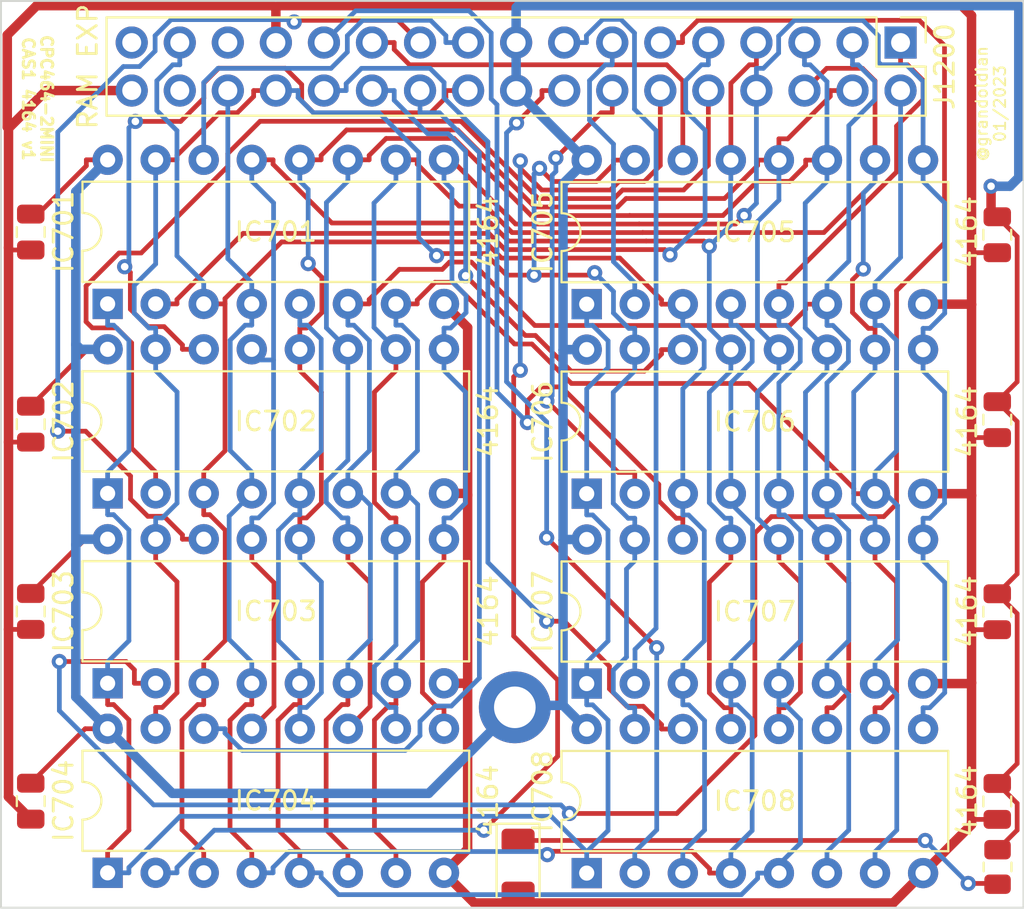
<source format=kicad_pcb>
(kicad_pcb (version 20211014) (generator pcbnew)
  (layers (0 "F.Cu" signal) (31 "B.Cu" signal) (34 "B.Paste" user) (35 "F.Paste" user) (36 "B.SilkS" user "B.Silkscreen") (37 "F.SilkS" user "F.Silkscreen") (38 "B.Mask" user) (39 "F.Mask" user) (44 "Edge.Cuts" user))
  (net 0 "")
  (net 1 "GND")
  (net 2 "Net-(R1220-Pad2)")
  (net 3 "MV")
  (net 4 "MWE")
  (net 5 "RAS")
  (net 6 "/XA6")
  (net 7 "/XA5")
  (net 8 "/XA4")
  (net 9 "+5V")
  (net 10 "/XA7")
  (net 11 "/XA3")
  (net 12 "/XA2")
  (net 13 "/XA1")
  (net 14 "/XA0")
  (net 15 "CAS0")
  (net 16 "CAS1")
  (net 17 "/D0")
  (net 18 "/D1")
  (net 19 "/D2")
  (net 20 "/D3")
  (net 21 "/D4")
  (net 22 "/D5")
  (net 23 "/D6")
  (net 24 "/D7")
  (net 25 "/GD0")
  (net 26 "/GD1")
  (net 27 "/GD2")
  (net 28 "/GD3")
  (net 29 "/GD4")
  (net 30 "/GD5")
  (net 31 "/GD6")
  (net 32 "/GD7")
  (net 33 "RSV2")
  (net 34 "RSV1")
  (footprint "Capacitor_SMD:C_0805_2012Metric" (layer "F.Cu") (at 85.329 83.5352 90)
    (fp_text reference "C708" hide)
    (fp_text value "100nF" hide)
  )
  (footprint "Package_DIP:DIP-16_W7.62mm" (layer "F.Cu") (at 38.3032 87.3098 90)
    (fp_text reference "IC704")
    (fp_text value "4164")
  )
  (footprint "MountingHole:MountingHole_2.2mm_M2_DIN965_Pad" (layer "F.Cu") (at 59.8274 78.5568)
    (fp_text reference "H8" hide)
    (fp_text value "Smaller Memory Hole" hide)
  )
  (footprint "Package_DIP:DIP-16_W7.62mm" (layer "F.Cu") (at 63.627 77.3022 90)
    (fp_text reference "IC707")
    (fp_text value "4164")
  )
  (footprint "Connector_PinHeader_2.54mm:PinHeader_2x17_P2.54mm_Vertical" (layer "F.Cu") (at 80.2172 43.3984 -90)
    (fp_text reference "J1200")
    (fp_text value "RAM EXP")
  )
  (footprint "Capacitor_SMD:C_0805_2012Metric" (layer "F.Cu") (at 34.2392 73.4868 90)
    (fp_text reference "C703" hide)
    (fp_text value "100nF" hide)
  )
  (footprint "Capacitor_SMD:C_0805_2012Metric" (layer "F.Cu") (at 85.329 53.5632 90)
    (fp_text reference "C705" hide)
    (fp_text value "100nF" hide)
  )
  (footprint "Package_DIP:DIP-16_W7.62mm" (layer "F.Cu") (at 63.627 57.2362 90)
    (fp_text reference "IC705")
    (fp_text value "4164")
  )
  (footprint "Capacitor_SMD:C_0805_2012Metric" (layer "F.Cu") (at 85.329 73.5022 90)
    (fp_text reference "C707" hide)
    (fp_text value "100nF" hide)
  )
  (footprint "Package_DIP:DIP-16_W7.62mm" (layer "F.Cu") (at 38.3032 57.2208 90)
    (fp_text reference "IC701")
    (fp_text value "4164")
  )
  (footprint "Package_DIP:DIP-16_W7.62mm" (layer "F.Cu") (at 63.627 87.3252 90)
    (fp_text reference "IC708")
    (fp_text value "4164")
  )
  (footprint "Capacitor_SMD:C_0805_2012Metric" (layer "F.Cu") (at 85.329 63.3422 90)
    (fp_text reference "C706" hide)
    (fp_text value "100nF" hide)
  )
  (footprint "Resistor_SMD:R_0805_2012Metric" (layer "F.Cu") (at 85.344 87 -90)
    (fp_text reference "R1220" hide)
    (fp_text value "1K" hide)
  )
  (footprint "Package_DIP:DIP-16_W7.62mm" (layer "F.Cu") (at 63.627 67.2592 90)
    (fp_text reference "IC706")
    (fp_text value "4164")
  )
  (footprint "Capacitor_SMD:C_0805_2012Metric" (layer "F.Cu") (at 34.2392 53.4208 90)
    (fp_text reference "C701" hide)
    (fp_text value "100nF" hide)
  )
  (footprint "Capacitor_SMD:C_0805_2012Metric" (layer "F.Cu") (at 34.2392 63.5808 90)
    (fp_text reference "C702" hide)
    (fp_text value "100nF" hide)
  )
  (footprint "Package_DIP:DIP-16_W7.62mm" (layer "F.Cu") (at 38.3032 67.2438 90)
    (fp_text reference "IC702")
    (fp_text value "4164")
  )
  (footprint "LED_SMD:LED_1206_3216Metric" (layer "F.Cu") (at 60 87 -90)
    (fp_text reference "D1220" hide)
    (fp_text value "POWER" hide)
  )
  (footprint "Capacitor_SMD:C_0805_2012Metric" (layer "F.Cu") (at 34.2392 83.5198 90)
    (fp_text reference "C704" hide)
    (fp_text value "100nF" hide)
  )
  (footprint "Package_DIP:DIP-16_W7.62mm" (layer "F.Cu") (at 38.3032 77.2868 90)
    (fp_text reference "IC703")
    (fp_text value "4164")
  )
  (gr_rect (start 86.7156 89.154) (end 32.6644 41.1988) (layer "Edge.Cuts") (width 0.1) (fill none))
  (gr_text "CPC464-2MINI\nCAS1 4164 v1" (at 34.5948 46.3804 270) (layer "F.SilkS") (effects (font (size 0.6 0.6))))
  (gr_text "@grandoldian\n01/2023" (at 84.9884 46.6344 90) (layer "F.SilkS") (effects (font (size 0.6 0.6) (thickness 0.1))))
  (segment (start 38.3032 69.6668) (end 37.1092 69.6668) (width 0.25) (layer "F.Cu") (net 1))
  (segment (start 86.3803 63.4435) (end 86.3803 71.5009) (width 0.25) (layer "F.Cu") (net 1))
  (segment (start 85 52.2842) (end 85.329 52.6132) (width 0.5) (layer "F.Cu") (net 1))
  (segment (start 86.3803 71.5009) (end 85.329 72.5522) (width 0.25) (layer "F.Cu") (net 1))
  (segment (start 34.6245 52.4708) (end 34.2392 52.4708) (width 0.25) (layer "F.Cu") (net 1))
  (segment (start 85.329 82.5852) (end 86.3803 83.6365) (width 0.25) (layer "F.Cu") (net 1))
  (segment (start 37.1781 59.6919) (end 37.1781 59.6238) (width 0.25) (layer "F.Cu") (net 1))
  (segment (start 86.3803 53.6645) (end 86.3803 61.3409) (width 0.25) (layer "F.Cu") (net 1))
  (segment (start 86.3803 61.3409) (end 85.329 62.3922) (width 0.25) (layer "F.Cu") (net 1))
  (segment (start 85 51) (end 85 52.2842) (width 0.5) (layer "F.Cu") (net 1))
  (segment (start 34.2392 62.6308) (end 37.1781 59.6919) (width 0.25) (layer "F.Cu") (net 1))
  (segment (start 85.329 52.6132) (end 86.3803 53.6645) (width 0.25) (layer "F.Cu") (net 1))
  (segment (start 37.1781 49.9172) (end 34.6245 52.4708) (width 0.25) (layer "F.Cu") (net 1))
  (segment (start 86.3803 83.6365) (end 86.3803 85.0512) (width 0.25) (layer "F.Cu") (net 1))
  (segment (start 37.1192 79.6898) (end 34.2392 82.5698) (width 0.25) (layer "F.Cu") (net 1))
  (segment (start 85.329 62.3922) (end 86.3803 63.4435) (width 0.25) (layer "F.Cu") (net 1))
  (segment (start 37.1781 49.6008) (end 37.1781 49.9172) (width 0.25) (layer "F.Cu") (net 1))
  (segment (start 38.3032 79.6898) (end 37.1192 79.6898) (width 0.25) (layer "F.Cu") (net 1))
  (segment (start 38.3032 59.6238) (end 37.1781 59.6238) (width 0.25) (layer "F.Cu") (net 1))
  (segment (start 86.3803 81.5339) (end 85.329 82.5852) (width 0.25) (layer "F.Cu") (net 1))
  (segment (start 38.3032 49.6008) (end 37.1781 49.6008) (width 0.25) (layer "F.Cu") (net 1))
  (segment (start 37.1092 69.6668) (end 34.2392 72.5368) (width 0.25) (layer "F.Cu") (net 1))
  (segment (start 86.3803 73.6035) (end 86.3803 81.5339) (width 0.25) (layer "F.Cu") (net 1))
  (segment (start 85.329 72.5522) (end 86.3803 73.6035) (width 0.25) (layer "F.Cu") (net 1))
  (segment (start 86.3803 85.0512) (end 85.344 86.0875) (width 0.25) (layer "F.Cu") (net 1))
  (via (at 85 51) (size 0.8) (drill 0.4) (layers "F.Cu" "B.Cu") (net 1))
  (segment (start 62.4124 69.6822) (end 62.377 69.7176) (width 0.5) (layer "B.Cu") (net 1))
  (segment (start 38.3032 79.6898) (end 36.621 78.0076) (width 0.5) (layer "B.Cu") (net 1))
  (segment (start 36.621 59.3656) (end 36.621 51.283) (width 0.5) (layer "B.Cu") (net 1))
  (segment (start 62.397 59.6392) (end 62.377 59.6592) (width 0.5) (layer "B.Cu") (net 1))
  (segment (start 41.7222 83.1088) (end 38.3032 79.6898) (width 0.5) (layer "B.Cu") (net 1))
  (segment (start 62.377 78.4552) (end 63.627 79.7052) (width 0.5) (layer "B.Cu") (net 1))
  (segment (start 36.9116 69.6668) (end 36.621 69.9574) (width 0.5) (layer "B.Cu") (net 1))
  (segment (start 36.621 69.9574) (end 36.621 59.3656) (width 0.5) (layer "B.Cu") (net 1))
  (segment (start 36.621 51.283) (end 38.3032 49.6008) (width 0.5) (layer "B.Cu") (net 1))
  (segment (start 62.377 78.4552) (end 59.929 78.4552) (width 0.5) (layer "B.Cu") (net 1))
  (segment (start 86 51) (end 85 51) (width 0.5) (layer "B.Cu") (net 1))
  (segment (start 59.8972 45.9384) (end 59.8972 43.3984) (width 0.5) (layer "B.Cu") (net 1))
  (segment (start 36.621 78.0076) (end 36.621 69.9574) (width 0.5) (layer "B.Cu") (net 1))
  (segment (start 59.8972 45.9384) (end 63.575 49.6162) (width 0.5) (layer "B.Cu") (net 1))
  (segment (start 59.929 78.4552) (end 59.8274 78.5568) (width 0.5) (layer "B.Cu") (net 1))
  (segment (start 55.2754 83.1088) (end 41.7222 83.1088) (width 0.5) (layer "B.Cu") (net 1))
  (segment (start 62.377 69.7176) (end 62.377 78.4552) (width 0.5) (layer "B.Cu") (net 1))
  (segment (start 86.4656 41.4488) (end 86.4656 50.5344) (width 0.5) (layer "B.Cu") (net 1))
  (segment (start 38.3032 69.6668) (end 36.9116 69.6668) (width 0.5) (layer "B.Cu") (net 1))
  (segment (start 60 41.4488) (end 86.4656 41.4488) (width 0.5) (layer "B.Cu") (net 1))
  (segment (start 36.8793 59.6238) (end 36.621 59.3656) (width 0.5) (layer "B.Cu") (net 1))
  (segment (start 38.3032 59.6238) (end 36.8793 59.6238) (width 0.5) (layer "B.Cu") (net 1))
  (segment (start 86.4656 50.5344) (end 86 51) (width 0.5) (layer "B.Cu") (net 1))
  (segment (start 59.8274 78.5568) (end 55.2754 83.1088) (width 0.5) (layer "B.Cu") (net 1))
  (segment (start 62.377 50.8662) (end 62.377 59.6592) (width 0.5) (layer "B.Cu") (net 1))
  (segment (start 62.377 59.6592) (end 62.377 69.7176) (width 0.5) (layer "B.Cu") (net 1))
  (segment (start 63.575 49.6162) (end 63.627 49.6162) (width 0.5) (layer "B.Cu") (net 1))
  (segment (start 59.8972 41.5516) (end 60 41.4488) (width 0.5) (layer "B.Cu") (net 1))
  (segment (start 63.627 59.6392) (end 62.397 59.6392) (width 0.5) (layer "B.Cu") (net 1))
  (segment (start 63.627 49.6162) (end 62.377 50.8662) (width 0.5) (layer "B.Cu") (net 1))
  (segment (start 59.8972 43.3984) (end 59.8972 41.5516) (width 0.5) (layer "B.Cu") (net 1))
  (segment (start 63.627 69.6822) (end 62.4124 69.6822) (width 0.5) (layer "B.Cu") (net 1))
  (segment (start 60 85.6) (end 81.5194 85.6) (width 0.25) (layer "F.Cu") (net 2))
  (segment (start 85.304 87.8725) (end 85.344 87.9125) (width 0.25) (layer "F.Cu") (net 2))
  (segment (start 83.7919 87.8725) (end 85.304 87.8725) (width 0.25) (layer "F.Cu") (net 2))
  (via (at 83.7919 87.8725) (size 0.8) (drill 0.4) (layers "F.Cu" "B.Cu") (net 2))
  (via (at 81.5194 85.6) (size 0.8) (drill 0.4) (layers "F.Cu" "B.Cu") (net 2))
  (segment (start 83.7919 87.8725) (end 81.5194 85.6) (width 0.25) (layer "B.Cu") (net 2))
  (segment (start 38.6197 78.4119) (end 38.3032 78.4119) (width 0.25) (layer "F.Cu") (net 3))
  (segment (start 38.3032 86.1847) (end 39.4283 85.0596) (width 0.25) (layer "F.Cu") (net 3))
  (segment (start 38.3032 77.2868) (end 38.3032 78.4119) (width 0.25) (layer "F.Cu") (net 3))
  (segment (start 39.4283 79.2205) (end 38.6197 78.4119) (width 0.25) (layer "F.Cu") (net 3))
  (segment (start 39.4283 85.0596) (end 39.4283 79.2205) (width 0.25) (layer "F.Cu") (net 3))
  (segment (start 38.3032 87.3098) (end 38.3032 86.1847) (width 0.25) (layer "F.Cu") (net 3))
  (segment (start 64.7588 60.5868) (end 63.627 61.7186) (width 0.25) (layer "B.Cu") (net 3))
  (segment (start 38.6196 58.3459) (end 39.4283 59.1546) (width 0.25) (layer "B.Cu") (net 3))
  (segment (start 63.627 67.2592) (end 63.627 68.3843) (width 0.25) (layer "B.Cu") (net 3))
  (segment (start 64.7521 69.193) (end 64.7521 75.052) (width 0.25) (layer "B.Cu") (net 3))
  (segment (start 38.3032 57.2208) (end 38.3032 58.3459) (width 0.25) (layer "B.Cu") (net 3))
  (segment (start 63.627 78.4273) (end 63.9434 78.4273) (width 0.25) (layer "B.Cu") (net 3))
  (segment (start 64.7533 79.2372) (end 64.7533 85.0738) (width 0.25) (layer "B.Cu") (net 3))
  (segment (start 63.627 58.3613) (end 63.9434 58.3613) (width 0.25) (layer "B.Cu") (net 3))
  (segment (start 63.9434 68.3843) (end 64.7521 69.193) (width 0.25) (layer "B.Cu") (net 3))
  (segment (start 64.7588 59.1767) (end 64.7588 60.5868) (width 0.25) (layer "B.Cu") (net 3))
  (segment (start 42.1343 84.3225) (end 61.7494 84.3225) (width 0.25) (layer "B.Cu") (net 3))
  (segment (start 63.627 77.3022) (end 63.627 76.1771) (width 0.25) (layer "B.Cu") (net 3))
  (segment (start 38.3032 77.2868) (end 38.3032 76.1617) (width 0.25) (layer "B.Cu") (net 3))
  (segment (start 38.3032 58.3459) (end 38.6196 58.3459) (width 0.25) (layer "B.Cu") (net 3))
  (segment (start 39.4283 87.3098) (end 39.4283 87.0285) (width 0.25) (layer "B.Cu") (net 3))
  (segment (start 38.3032 67.2438) (end 38.3032 66.1187) (width 0.25) (layer "B.Cu") (net 3))
  (segment (start 39.4283 59.1546) (end 39.4283 64.9936) (width 0.25) (layer "B.Cu") (net 3))
  (segment (start 63.9434 58.3613) (end 64.7588 59.1767) (width 0.25) (layer "B.Cu") (net 3))
  (segment (start 38.6197 68.3689) (end 38.3032 68.3689) (width 0.25) (layer "B.Cu") (net 3))
  (segment (start 38.3032 76.1617) (end 39.4283 75.0366) (width 0.25) (layer "B.Cu") (net 3))
  (segment (start 39.4283 69.1775) (end 38.6197 68.3689) (width 0.25) (layer "B.Cu") (net 3))
  (segment (start 63.627 61.7186) (end 63.627 67.2592) (width 0.25) (layer "B.Cu") (net 3))
  (segment (start 64.7533 85.0738) (end 63.627 86.2001) (width 0.25) (layer "B.Cu") (net 3))
  (segment (start 63.9434 78.4273) (end 64.7533 79.2372) (width 0.25) (layer "B.Cu") (net 3))
  (segment (start 38.3032 87.3098) (end 39.4283 87.3098) (width 0.25) (layer "B.Cu") (net 3))
  (segment (start 39.4283 87.0285) (end 42.1343 84.3225) (width 0.25) (layer "B.Cu") (net 3))
  (segment (start 39.4283 64.9936) (end 38.3032 66.1187) (width 0.25) (layer "B.Cu") (net 3))
  (segment (start 38.3032 67.2438) (end 38.3032 68.3689) (width 0.25) (layer "B.Cu") (net 3))
  (segment (start 63.627 87.3252) (end 63.627 86.2001) (width 0.25) (layer "B.Cu") (net 3))
  (segment (start 63.627 68.3843) (end 63.9434 68.3843) (width 0.25) (layer "B.Cu") (net 3))
  (segment (start 63.627 57.2362) (end 63.627 58.3613) (width 0.25) (layer "B.Cu") (net 3))
  (segment (start 64.7521 75.052) (end 63.627 76.1771) (width 0.25) (layer "B.Cu") (net 3))
  (segment (start 39.4283 75.0366) (end 39.4283 69.1775) (width 0.25) (layer "B.Cu") (net 3))
  (segment (start 61.7494 84.3225) (end 63.627 86.2001) (width 0.25) (layer "B.Cu") (net 3))
  (segment (start 63.627 77.3022) (end 63.627 78.4273) (width 0.25) (layer "B.Cu") (net 3))
  (segment (start 43.3832 57.2208) (end 44.5083 57.2208) (width 0.25) (layer "F.Cu") (net 4))
  (segment (start 67.5819 57.0031) (end 67.5819 57.2362) (width 0.25) (layer "F.Cu") (net 4))
  (segment (start 42.2337 85.0352) (end 43.3832 86.1847) (width 0.25) (layer "F.Cu") (net 4))
  (segment (start 68.707 57.2362) (end 67.5819 57.2362) (width 0.25) (layer "F.Cu") (net 4))
  (segment (start 65.3777 54.7989) (end 67.5819 57.0031) (width 0.25) (layer "F.Cu") (net 4))
  (segment (start 47.504 53.9438) (end 58.2696 53.9438) (width 0.25) (layer "F.Cu") (net 4))
  (segment (start 44.5192 69.1885) (end 44.5192 75.0257) (width 0.25) (layer "F.Cu") (net 4))
  (segment (start 43.3832 77.2868) (end 43.3832 78.4119) (width 0.25) (layer "F.Cu") (net 4))
  (segment (start 44.5083 57.2208) (end 44.5083 64.9936) (width 0.25) (layer "F.Cu") (net 4))
  (segment (start 43.3832 68.3689) (end 43.6996 68.3689) (width 0.25) (layer "F.Cu") (net 4))
  (segment (start 43.3832 77.2868) (end 43.3832 76.1617) (width 0.25) (layer "F.Cu") (net 4))
  (segment (start 58.2696 53.9438) (end 59.1247 54.7989) (width 0.25) (layer "F.Cu") (net 4))
  (segment (start 43.3832 87.3098) (end 43.3832 86.1847) (width 0.25) (layer "F.Cu") (net 4))
  (segment (start 59.1247 54.7989) (end 65.3777 54.7989) (width 0.25) (layer "F.Cu") (net 4))
  (segment (start 43.3832 78.4119) (end 43.0668 78.4119) (width 0.25) (layer "F.Cu") (net 4))
  (segment (start 44.5083 56.9395) (end 47.504 53.9438) (width 0.25) (layer "F.Cu") (net 4))
  (segment (start 44.5192 75.0257) (end 43.3832 76.1617) (width 0.25) (layer "F.Cu") (net 4))
  (segment (start 42.2337 79.245) (end 42.2337 85.0352) (width 0.25) (layer "F.Cu") (net 4))
  (segment (start 44.5083 64.9936) (end 43.3832 66.1187) (width 0.25) (layer "F.Cu") (net 4))
  (segment (start 44.5083 57.2208) (end 44.5083 56.9395) (width 0.25) (layer "F.Cu") (net 4))
  (segment (start 43.3832 67.2438) (end 43.3832 68.3689) (width 0.25) (layer "F.Cu") (net 4))
  (segment (start 43.3832 67.2438) (end 43.3832 66.1187) (width 0.25) (layer "F.Cu") (net 4))
  (segment (start 43.6996 68.3689) (end 44.5192 69.1885) (width 0.25) (layer "F.Cu") (net 4))
  (segment (start 43.0668 78.4119) (end 42.2337 79.245) (width 0.25) (layer "F.Cu") (net 4))
  (segment (start 41.9684 54.6809) (end 43.3832 56.0957) (width 0.25) (layer "B.Cu") (net 4))
  (segment (start 68.707 58.3613) (end 69.0234 58.3613) (width 0.25) (layer "B.Cu") (net 4))
  (segment (start 69.8565 85.0506) (end 68.707 86.2001) (width 0.25) (layer "B.Cu") (net 4))
  (segment (start 42.1172 44.5735) (end 41.75 44.5735) (width 0.25) (layer "B.Cu") (net 4))
  (segment (start 68.707 78.4273) (end 69.0234 78.4273) (width 0.25) (layer "B.Cu") (net 4))
  (segment (start 68.707 68.3843) (end 69.0097 68.3843) (width 0.25) (layer "B.Cu") (net 4))
  (segment (start 41.75 44.5735) (end 40.9032 45.4203) (width 0.25) (layer "B.Cu") (net 4))
  (segment (start 68.707 61.713) (end 68.707 67.2592) (width 0.25) (layer "B.Cu") (net 4))
  (segment (start 68.707 77.3022) (end 68.707 76.1771) (width 0.25) (layer "B.Cu") (net 4))
  (segment (start 69.0234 78.4273) (end 69.8565 79.2604) (width 0.25) (layer "B.Cu") (net 4))
  (segment (start 69.0234 58.3613) (end 69.8363 59.1742) (width 0.25) (layer "B.Cu") (net 4))
  (segment (start 69.8565 79.2604) (end 69.8565 85.0506) (width 0.25) (layer "B.Cu") (net 4))
  (segment (start 68.707 57.2362) (end 68.707 58.3613) (width 0.25) (layer "B.Cu") (net 4))
  (segment (start 42.1172 43.3984) (end 42.1172 44.5735) (width 0.25) (layer "B.Cu") (net 4))
  (segment (start 68.707 87.3252) (end 68.707 86.2001) (width 0.25) (layer "B.Cu") (net 4))
  (segment (start 69.0097 68.3843) (end 69.8427 69.2173) (width 0.25) (layer "B.Cu") (net 4))
  (segment (start 68.707 67.2592) (end 68.707 68.3843) (width 0.25) (layer "B.Cu") (net 4))
  (segment (start 69.8363 59.1742) (end 69.8363 60.5837) (width 0.25) (layer "B.Cu") (net 4))
  (segment (start 40.9032 45.4203) (end 40.9032 46.993) (width 0.25) (layer "B.Cu") (net 4))
  (segment (start 41.9684 48.0582) (end 41.9684 54.6809) (width 0.25) (layer "B.Cu") (net 4))
  (segment (start 69.8363 60.5837) (end 68.707 61.713) (width 0.25) (layer "B.Cu") (net 4))
  (segment (start 69.8427 75.0414) (end 68.707 76.1771) (width 0.25) (layer "B.Cu") (net 4))
  (segment (start 40.9032 46.993) (end 41.9684 48.0582) (width 0.25) (layer "B.Cu") (net 4))
  (segment (start 69.8427 69.2173) (end 69.8427 75.0414) (width 0.25) (layer "B.Cu") (net 4))
  (segment (start 43.3832 57.2208) (end 43.3832 56.0957) (width 0.25) (layer "B.Cu") (net 4))
  (segment (start 68.707 77.3022) (end 68.707 78.4273) (width 0.25) (layer "B.Cu") (net 4))
  (segment (start 44.7737 85.0352) (end 44.7737 79.245) (width 0.25) (layer "F.Cu") (net 5))
  (segment (start 45.9232 87.3098) (end 45.9232 86.1847) (width 0.25) (layer "F.Cu") (net 5))
  (segment (start 69.2023 86.1725) (end 61.7198 86.1725) (width 0.25) (layer "F.Cu") (net 5))
  (segment (start 70.1219 87.3252) (end 70.1219 87.0921) (width 0.25) (layer "F.Cu") (net 5))
  (segment (start 71.247 87.3252) (end 70.1219 87.3252) (width 0.25) (layer "F.Cu") (net 5))
  (segment (start 61.7198 86.1725) (end 61.5437 86.3486) (width 0.25) (layer "F.Cu") (net 5))
  (segment (start 45.9232 77.2868) (end 45.9232 78.4119) (width 0.25) (layer "F.Cu") (net 5))
  (segment (start 45.6068 78.4119) (end 45.9232 78.4119) (width 0.25) (layer "F.Cu") (net 5))
  (segment (start 45.9232 86.1847) (end 44.7737 85.0352) (width 0.25) (layer "F.Cu") (net 5))
  (segment (start 44.7737 79.245) (end 45.6068 78.4119) (width 0.25) (layer "F.Cu") (net 5))
  (segment (start 70.1219 87.0921) (end 69.2023 86.1725) (width 0.25) (layer "F.Cu") (net 5))
  (via (at 61.5437 86.3486) (size 0.8) (drill 0.4) (layers "F.Cu" "B.Cu") (net 5))
  (segment (start 72.3965 68.9284) (end 72.3965 75.0276) (width 0.25) (layer "B.Cu") (net 5))
  (segment (start 44.7835 59.1359) (end 45.5735 58.3459) (width 0.25) (layer "B.Cu") (net 5))
  (segment (start 44.6572 45.9384) (end 44.6572 54.8297) (width 0.25) (layer "B.Cu") (net 5))
  (segment (start 71.247 58.3613) (end 71.5634 58.3613) (width 0.25) (layer "B.Cu") (net 5))
  (segment (start 47.0483 87.3098) (end 47.0483 87.0285) (width 0.25) (layer "B.Cu") (net 5))
  (segment (start 71.247 67.7789) (end 72.3965 68.9284) (width 0.25) (layer "B.Cu") (net 5))
  (segment (start 71.247 77.3022) (end 71.247 76.1771) (width 0.25) (layer "B.Cu") (net 5))
  (segment (start 71.5845 78.4273) (end 71.247 78.4273) (width 0.25) (layer "B.Cu") (net 5))
  (segment (start 61.3797 86.1846) (end 61.5437 86.3486) (width 0.25) (layer "B.Cu") (net 5))
  (segment (start 45.9232 76.1617) (end 44.7271 74.9656) (width 0.25) (layer "B.Cu") (net 5))
  (segment (start 72.3721 79.2149) (end 71.5845 78.4273) (width 0.25) (layer "B.Cu") (net 5))
  (segment (start 71.247 86.2001) (end 72.3721 85.075) (width 0.25) (layer "B.Cu") (net 5))
  (segment (start 45.5735 58.3459) (end 45.9232 58.3459) (width 0.25) (layer "B.Cu") (net 5))
  (segment (start 71.5634 58.3613) (end 72.3741 59.172) (width 0.25) (layer "B.Cu") (net 5))
  (segment (start 72.3721 85.075) (end 72.3721 79.2149) (width 0.25) (layer "B.Cu") (net 5))
  (segment (start 72.3741 60.274) (end 71.247 61.4011) (width 0.25) (layer "B.Cu") (net 5))
  (segment (start 44.7835 64.979) (end 44.7835 59.1359) (width 0.25) (layer "B.Cu") (net 5))
  (segment (start 45.9232 87.3098) (end 47.0483 87.3098) (width 0.25) (layer "B.Cu") (net 5))
  (segment (start 44.7271 68.4399) (end 45.9232 67.2438) (width 0.25) (layer "B.Cu") (net 5))
  (segment (start 71.247 57.2362) (end 71.247 58.3613) (width 0.25) (layer "B.Cu") (net 5))
  (segment (start 47.8922 86.1846) (end 61.3797 86.1846) (width 0.25) (layer "B.Cu") (net 5))
  (segment (start 45.9232 77.2868) (end 45.9232 76.1617) (width 0.25) (layer "B.Cu") (net 5))
  (segment (start 71.247 61.4011) (end 71.247 67.2592) (width 0.25) (layer "B.Cu") (net 5))
  (segment (start 72.3965 75.0276) (end 71.247 76.1771) (width 0.25) (layer "B.Cu") (net 5))
  (segment (start 72.3741 59.172) (end 72.3741 60.274) (width 0.25) (layer "B.Cu") (net 5))
  (segment (start 45.9232 66.1187) (end 44.7835 64.979) (width 0.25) (layer "B.Cu") (net 5))
  (segment (start 45.9232 57.2208) (end 45.9232 56.0957) (width 0.25) (layer "B.Cu") (net 5))
  (segment (start 47.0483 87.0285) (end 47.8922 86.1846) (width 0.25) (layer "B.Cu") (net 5))
  (segment (start 44.6572 54.8297) (end 45.9232 56.0957) (width 0.25) (layer "B.Cu") (net 5))
  (segment (start 71.247 67.2592) (end 71.247 67.7789) (width 0.25) (layer "B.Cu") (net 5))
  (segment (start 71.247 87.3252) (end 71.247 86.2001) (width 0.25) (layer "B.Cu") (net 5))
  (segment (start 45.9232 67.2438) (end 45.9232 66.1187) (width 0.25) (layer "B.Cu") (net 5))
  (segment (start 45.9232 57.2208) (end 45.9232 58.3459) (width 0.25) (layer "B.Cu") (net 5))
  (segment (start 44.7271 74.9656) (end 44.7271 68.4399) (width 0.25) (layer "B.Cu") (net 5))
  (segment (start 71.247 77.3022) (end 71.247 78.4273) (width 0.25) (layer "B.Cu") (net 5))
  (segment (start 69.8307 53.8977) (end 70.1058 54.1728) (width 0.25) (layer "F.Cu") (net 6))
  (segment (start 45.9232 69.6668) (end 45.9232 70.7919) (width 0.25) (layer "F.Cu") (net 6))
  (segment (start 71.247 79.7052) (end 71.247 78.5801) (width 0.25) (layer "F.Cu") (net 6))
  (segment (start 71.247 70.8073) (end 70.109 71.9453) (width 0.25) (layer "F.Cu") (net 6))
  (segment (start 71.247 45.5565) (end 71.247 49.6162) (width 0.25) (layer "F.Cu") (net 6))
  (segment (start 47.0483 49.834) (end 50.1577 52.9434) (width 0.25) (layer "F.Cu") (net 6))
  (segment (start 47.0483 49.6008) (end 47.0483 49.834) (width 0.25) (layer "F.Cu") (net 6))
  (segment (start 59.4977 53.8987) (end 66.7731 53.8987) (width 0.25) (layer "F.Cu") (net 6))
  (segment (start 70.109 71.9453) (end 70.109 77.7918) (width 0.25) (layer "F.Cu") (net 6))
  (segment (start 58.5424 52.9434) (end 59.4977 53.8987) (width 0.25) (layer "F.Cu") (net 6))
  (segment (start 66.7741 53.8977) (end 69.8307 53.8977) (width 0.25) (layer "F.Cu") (net 6))
  (segment (start 47.0968 71.9655) (end 47.0968 78.5162) (width 0.25) (layer "F.Cu") (net 6))
  (segment (start 70.8973 78.5801) (end 71.247 78.5801) (width 0.25) (layer "F.Cu") (net 6))
  (segment (start 72.5972 43.3984) (end 72.5972 44.5735) (width 0.25) (layer "F.Cu") (net 6))
  (segment (start 47.0968 78.5162) (end 45.9232 79.6898) (width 0.25) (layer "F.Cu") (net 6))
  (segment (start 70.109 77.7918) (end 70.8973 78.5801) (width 0.25) (layer "F.Cu") (net 6))
  (segment (start 71.247 69.6822) (end 71.247 70.8073) (width 0.25) (layer "F.Cu") (net 6))
  (segment (start 72.5972 44.5735) (end 72.23 44.5735) (width 0.25) (layer "F.Cu") (net 6))
  (segment (start 50.1577 52.9434) (end 58.5424 52.9434) (width 0.25) (layer "F.Cu") (net 6))
  (segment (start 45.9232 70.7919) (end 47.0968 71.9655) (width 0.25) (layer "F.Cu") (net 6))
  (segment (start 45.9232 49.6008) (end 47.0483 49.6008) (width 0.25) (layer "F.Cu") (net 6))
  (segment (start 66.7731 53.8987) (end 66.7741 53.8977) (width 0.25) (layer "F.Cu") (net 6))
  (segment (start 72.23 44.5735) (end 71.247 45.5565) (width 0.25) (layer "F.Cu") (net 6))
  (via (at 70.1058 54.1728) (size 0.8) (drill 0.4) (layers "F.Cu" "B.Cu") (net 6))
  (segment (start 45.9232 59.6238) (end 45.9232 60.1863) (width 0.25) (layer "B.Cu") (net 6))
  (segment (start 70.1058 54.1728) (end 70.1058 58.498) (width 0.25) (layer "B.Cu") (net 6))
  (segment (start 71.2248 53.0538) (end 70.1058 54.1728) (width 0.25) (layer "B.Cu") (net 6))
  (segment (start 71.247 69.6822) (end 71.247 68.5571) (width 0.25) (layer "B.Cu") (net 6))
  (segment (start 47.0749 60.1863) (end 47.0749 67.7397) (width 0.25) (layer "B.Cu") (net 6))
  (segment (start 70.1076 61.9037) (end 71.247 60.7643) (width 0.25) (layer "B.Cu") (net 6))
  (segment (start 70.1058 58.498) (end 71.247 59.6392) (width 0.25) (layer "B.Cu") (net 6))
  (segment (start 45.9232 69.6668) (end 45.9232 68.5417) (width 0.25) (layer "B.Cu") (net 6))
  (segment (start 71.247 49.6162) (end 71.247 50.7413) (width 0.25) (layer "B.Cu") (net 6))
  (segment (start 47.0749 67.7397) (end 46.2729 68.5417) (width 0.25) (layer "B.Cu") (net 6))
  (segment (start 45.9232 49.6008) (end 45.9232 50.7259) (width 0.25) (layer "B.Cu") (net 6))
  (segment (start 70.1076 67.7341) (end 70.1076 61.9037) (width 0.25) (layer "B.Cu") (net 6))
  (segment (start 70.9306 68.5571) (end 70.1076 67.7341) (width 0.25) (layer "B.Cu") (net 6))
  (segment (start 71.247 68.5571) (end 70.9306 68.5571) (width 0.25) (layer "B.Cu") (net 6))
  (segment (start 71.247 59.6392) (end 71.247 60.7643) (width 0.25) (layer "B.Cu") (net 6))
  (segment (start 45.9232 60.1863) (end 47.0749 60.1863) (width 0.25) (layer "B.Cu") (net 6))
  (segment (start 71.2248 50.7635) (end 71.2248 53.0538) (width 0.25) (layer "B.Cu") (net 6))
  (segment (start 47.0749 51.8776) (end 47.0749 60.1863) (width 0.25) (layer "B.Cu") (net 6))
  (segment (start 45.9232 50.7259) (end 47.0749 51.8776) (width 0.25) (layer "B.Cu") (net 6))
  (segment (start 46.2729 68.5417) (end 45.9232 68.5417) (width 0.25) (layer "B.Cu") (net 6))
  (segment (start 71.247 50.7413) (end 71.2248 50.7635) (width 0.25) (layer "B.Cu") (net 6))
  (segment (start 53.5432 49.6008) (end 54.6683 49.6008) (width 0.25) (layer "F.Cu") (net 7))
  (segment (start 53.5432 68.5417) (end 53.2268 68.5417) (width 0.25) (layer "F.Cu") (net 7))
  (segment (start 53.5432 69.6668) (end 53.5432 68.5417) (width 0.25) (layer "F.Cu") (net 7))
  (segment (start 52.4062 61.8859) (end 53.5432 60.7489) (width 0.25) (layer "F.Cu") (net 7))
  (segment (start 54.6683 49.8339) (end 56.8852 52.0508) (width 0.25) (layer "F.Cu") (net 7))
  (segment (start 78.2462 55.3735) (end 77.6781 55.9416) (width 0.25) (layer "F.Cu") (net 7))
  (segment (start 77.6781 57.6749) (end 78.5173 58.5141) (width 0.25) (layer "F.Cu") (net 7))
  (segment (start 78.867 79.7052) (end 78.867 78.5801) (width 0.25) (layer "F.Cu") (net 7))
  (segment (start 78.2029 44.7632) (end 78.867 45.4273) (width 0.25) (layer "F.Cu") (net 7))
  (segment (start 53.2268 68.5417) (end 52.4062 67.7211) (width 0.25) (layer "F.Cu") (net 7))
  (segment (start 54.6683 49.6008) (end 54.6683 49.8339) (width 0.25) (layer "F.Cu") (net 7))
  (segment (start 59.6842 53.4486) (end 66.5866 53.4486) (width 0.25) (layer "F.Cu") (net 7))
  (segment (start 78.867 45.4273) (end 78.867 49.6162) (width 0.25) (layer "F.Cu") (net 7))
  (segment (start 58.2864 52.0508) (end 59.6842 53.4486) (width 0.25) (layer "F.Cu") (net 7))
  (segment (start 76.3124 44.7632) (end 78.2029 44.7632) (width 0.25) (layer "F.Cu") (net 7))
  (segment (start 78.867 59.6392) (end 78.867 58.5141) (width 0.25) (layer "F.Cu") (net 7))
  (segment (start 78.867 70.8073) (end 80.005 71.9453) (width 0.25) (layer "F.Cu") (net 7))
  (segment (start 76.1607 53.4476) (end 78.867 50.7413) (width 0.25) (layer "F.Cu") (net 7))
  (segment (start 78.867 49.6162) (end 78.867 50.7413) (width 0.25) (layer "F.Cu") (net 7))
  (segment (start 79.2167 78.5801) (end 78.867 78.5801) (width 0.25) (layer "F.Cu") (net 7))
  (segment (start 56.8852 52.0508) (end 58.2864 52.0508) (width 0.25) (layer "F.Cu") (net 7))
  (segment (start 66.5876 53.4476) (end 76.1607 53.4476) (width 0.25) (layer "F.Cu") (net 7))
  (segment (start 80.005 71.9453) (end 80.005 77.7918) (width 0.25) (layer "F.Cu") (net 7))
  (segment (start 78.5173 58.5141) (end 78.867 58.5141) (width 0.25) (layer "F.Cu") (net 7))
  (segment (start 52.4062 67.7211) (end 52.4062 61.8859) (width 0.25) (layer "F.Cu") (net 7))
  (segment (start 78.867 69.6822) (end 78.867 70.8073) (width 0.25) (layer "F.Cu") (net 7))
  (segment (start 75.1372 45.9384) (end 76.3124 44.7632) (width 0.25) (layer "F.Cu") (net 7))
  (segment (start 77.6781 55.9416) (end 77.6781 57.6749) (width 0.25) (layer "F.Cu") (net 7))
  (segment (start 80.005 77.7918) (end 79.2167 78.5801) (width 0.25) (layer "F.Cu") (net 7))
  (segment (start 53.5432 59.6238) (end 53.5432 60.7489) (width 0.25) (layer "F.Cu") (net 7))
  (segment (start 66.5866 53.4486) (end 66.5876 53.4476) (width 0.25) (layer "F.Cu") (net 7))
  (via (at 78.2462 55.3735) (size 0.8) (drill 0.4) (layers "F.Cu" "B.Cu") (net 7))
  (segment (start 52.3842 51.8849) (end 52.3842 58.4648) (width 0.25) (layer "B.Cu") (net 7))
  (segment (start 52.4052 77.7764) (end 53.1935 78.5647) (width 0.25) (layer "B.Cu") (net 7))
  (segment (start 78.867 49.6162) (end 78.867 50.7413) (width 0.25) (layer "B.Cu") (net 7))
  (segment (start 77.7411 61.8902) (end 77.7411 67.7809) (width 0.25) (layer "B.Cu") (net 7))
  (segment (start 53.5432 50.7259) (end 52.3842 51.8849) (width 0.25) (layer "B.Cu") (net 7))
  (segment (start 78.867 59.6392) (end 78.867 60.7643) (width 0.25) (layer "B.Cu") (net 7))
  (segment (start 78.867 50.7413) (end 78.2462 51.3621) (width 0.25) (layer "B.Cu") (net 7))
  (segment (start 52.3842 58.4648) (end 53.5432 59.6238) (width 0.25) (layer "B.Cu") (net 7))
  (segment (start 53.5432 79.6898) (end 53.5432 78.5647) (width 0.25) (layer "B.Cu") (net 7))
  (segment (start 53.5432 49.6008) (end 53.5432 50.7259) (width 0.25) (layer "B.Cu") (net 7))
  (segment (start 52.4052 76.4004) (end 52.4052 77.7764) (width 0.25) (layer "B.Cu") (net 7))
  (segment (start 78.5173 68.5571) (end 78.867 68.5571) (width 0.25) (layer "B.Cu") (net 7))
  (segment (start 77.7411 67.7809) (end 78.5173 68.5571) (width 0.25) (layer "B.Cu") (net 7))
  (segment (start 53.5432 75.2624) (end 52.4052 76.4004) (width 0.25) (layer "B.Cu") (net 7))
  (segment (start 53.1935 78.5647) (end 53.5432 78.5647) (width 0.25) (layer "B.Cu") (net 7))
  (segment (start 78.2462 51.3621) (end 78.2462 55.3735) (width 0.25) (layer "B.Cu") (net 7))
  (segment (start 78.867 69.6822) (end 78.867 68.5571) (width 0.25) (layer "B.Cu") (net 7))
  (segment (start 53.5432 69.6668) (end 53.5432 75.2624) (width 0.25) (layer "B.Cu") (net 7))
  (segment (start 78.867 60.7643) (end 77.7411 61.8902) (width 0.25) (layer "B.Cu") (net 7))
  (segment (start 70.8304 52.5474) (end 65.8964 52.5474) (width 0.25) (layer "F.Cu") (net 8))
  (segment (start 76.327 79.7052) (end 76.327 78.5801) (width 0.25) (layer "F.Cu") (net 8))
  (segment (start 65.8964 52.5474) (end 65.8954 52.5484) (width 0.25) (layer "F.Cu") (net 8))
  (segment (start 76.327 69.6822) (end 76.327 70.8073) (width 0.25) (layer "F.Cu") (net 8))
  (segment (start 77.4765 71.9568) (end 76.327 70.8073) (width 0.25) (layer "F.Cu") (net 8))
  (segment (start 56.6167 48.4717) (end 53.0242 48.4717) (width 0.25) (layer "F.Cu") (net 8))
  (segment (start 76.327 49.6162) (end 75.2019 49.6162) (width 0.25) (layer "F.Cu") (net 8))
  (segment (start 51.0032 70.7919) (end 52.1768 71.9655) (width 0.25) (layer "F.Cu") (net 8))
  (segment (start 74.3582 50.7413) (end 72.6365 50.7413) (width 0.25) (layer "F.Cu") (net 8))
  (segment (start 76.327 78.5801) (end 76.6434 78.5801) (width 0.25) (layer "F.Cu") (net 8))
  (segment (start 51.0032 49.6008) (end 52.1283 49.6008) (width 0.25) (layer "F.Cu") (net 8))
  (segment (start 52.1283 49.3676) (end 52.1283 49.6008) (width 0.25) (layer "F.Cu") (net 8))
  (segment (start 76.6434 78.5801) (end 77.4765 77.747) (width 0.25) (layer "F.Cu") (net 8))
  (segment (start 77.4765 77.747) (end 77.4765 71.9568) (width 0.25) (layer "F.Cu") (net 8))
  (segment (start 52.1768 71.9655) (end 52.1768 78.5162) (width 0.25) (layer "F.Cu") (net 8))
  (segment (start 52.1768 78.5162) (end 51.0032 79.6898) (width 0.25) (layer "F.Cu") (net 8))
  (segment (start 65.8954 52.5484) (end 60.6934 52.5484) (width 0.25) (layer "F.Cu") (net 8))
  (segment (start 75.2019 49.8976) (end 74.3582 50.7413) (width 0.25) (layer "F.Cu") (net 8))
  (segment (start 75.2019 49.6162) (end 75.2019 49.8976) (width 0.25) (layer "F.Cu") (net 8))
  (segment (start 53.0242 48.4717) (end 52.1283 49.3676) (width 0.25) (layer "F.Cu") (net 8))
  (segment (start 60.6934 52.5484) (end 56.6167 48.4717) (width 0.25) (layer "F.Cu") (net 8))
  (segment (start 72.6365 50.7413) (end 70.8304 52.5474) (width 0.25) (layer "F.Cu") (net 8))
  (segment (start 51.0032 69.6668) (end 51.0032 70.7919) (width 0.25) (layer "F.Cu") (net 8))
  (segment (start 75.1775 51.8908) (end 75.1775 58.4897) (width 0.25) (layer "B.Cu") (net 8))
  (segment (start 76.327 45.4664) (end 75.4341 44.5735) (width 0.25) (layer "B.Cu") (net 8))
  (segment (start 51.0032 68.5417) (end 50.6868 68.5417) (width 0.25) (layer "B.Cu") (net 8))
  (segment (start 49.8685 51.8606) (end 49.8685 58.4891) (width 0.25) (layer "B.Cu") (net 8))
  (segment (start 51.0032 65.482) (end 51.0032 59.6238) (width 0.25) (layer "B.Cu") (net 8))
  (segment (start 75.1775 58.4897) (end 76.327 59.6392) (width 0.25) (layer "B.Cu") (net 8))
  (segment (start 76.327 50.7413) (end 75.1775 51.8908) (width 0.25) (layer "B.Cu") (net 8))
  (segment (start 76.327 49.6162) (end 76.327 45.4664) (width 0.25) (layer "B.Cu") (net 8))
  (segment (start 75.1372 43.3984) (end 75.1372 44.5735) (width 0.25) (layer "B.Cu") (net 8))
  (segment (start 75.1917 68.5469) (end 76.327 69.6822) (width 0.25) (layer "B.Cu") (net 8))
  (segment (start 76.327 50.1787) (end 76.327 49.6162) (width 0.25) (layer "B.Cu") (net 8))
  (segment (start 51.0032 50.7259) (end 49.8685 51.8606) (width 0.25) (layer "B.Cu") (net 8))
  (segment (start 75.4341 44.5735) (end 75.1372 44.5735) (width 0.25) (layer "B.Cu") (net 8))
  (segment (start 76.327 50.1787) (end 76.327 50.7413) (width 0.25) (layer "B.Cu") (net 8))
  (segment (start 49.8685 58.4891) (end 51.0032 59.6238) (width 0.25) (layer "B.Cu") (net 8))
  (segment (start 76.327 60.2017) (end 76.327 60.7643) (width 0.25) (layer "B.Cu") (net 8))
  (segment (start 51.0032 69.6668) (end 51.0032 68.5417) (width 0.25) (layer "B.Cu") (net 8))
  (segment (start 76.327 60.2017) (end 76.327 59.6392) (width 0.25) (layer "B.Cu") (net 8))
  (segment (start 50.6868 68.5417) (end 49.8611 67.716) (width 0.25) (layer "B.Cu") (net 8))
  (segment (start 49.8611 67.716) (end 49.8611 66.6241) (width 0.25) (layer "B.Cu") (net 8))
  (segment (start 76.327 60.7643) (end 75.1917 61.8996) (width 0.25) (layer "B.Cu") (net 8))
  (segment (start 49.8611 66.6241) (end 51.0032 65.482) (width 0.25) (layer "B.Cu") (net 8))
  (segment (start 75.1917 61.8996) (end 75.1917 68.5469) (width 0.25) (layer "B.Cu") (net 8))
  (segment (start 51.0032 49.6008) (end 51.0032 50.7259) (width 0.25) (layer "B.Cu") (net 8))
  (segment (start 33 47.8716) (end 33 43) (width 0.5) (layer "F.Cu") (net 9))
  (segment (start 34.2392 74.4368) (end 33.0642 74.4368) (width 0.25) (layer "F.Cu") (net 9))
  (segment (start 83.9682 54.5132) (end 83.9682 57.2558) (width 0.5) (layer "F.Cu") (net 9))
  (segment (start 83.9682 41.9682) (end 83.9682 54.5132) (width 0.5) (layer "F.Cu") (net 9))
  (segment (start 81.407 87.3252) (end 79.8282 88.904) (width 0.5) (layer "F.Cu") (net 9))
  (segment (start 83.4488 41.4488) (end 83.9682 41.9682) (width 0.5) (layer "F.Cu") (net 9))
  (segment (start 84.1427 84.4852) (end 83.9682 84.6597) (width 0.25) (layer "F.Cu") (net 9))
  (segment (start 83.8708 67.2592) (end 83.9682 67.3566) (width 0.5) (layer "F.Cu") (net 9))
  (segment (start 57.3332 58.4708) (end 56.0832 57.2208) (width 0.5) (layer "F.Cu") (net 9))
  (segment (start 57.2438 67.2438) (end 57.3332 67.3332) (width 0.5) (layer "F.Cu") (net 9))
  (segment (start 83.9682 84.764) (end 81.407 87.3252) (width 0.5) (layer "F.Cu") (net 9))
  (segment (start 83.9486 57.2362) (end 83.9682 57.2558) (width 0.5) (layer "F.Cu") (net 9))
  (segment (start 83.9682 84.6597) (end 83.9682 84.764) (width 0.5) (layer "F.Cu") (net 9))
  (segment (start 83.9682 67.3566) (end 83.9682 74.4522) (width 0.5) (layer "F.Cu") (net 9))
  (segment (start 79.8282 88.904) (end 57.6774 88.904) (width 0.5) (layer "F.Cu") (net 9))
  (segment (start 83.9682 74.4522) (end 83.9682 77.2626) (width 0.5) (layer "F.Cu") (net 9))
  (segment (start 33.0642 64.5308) (end 33.0642 74.4368) (width 0.5) (layer "F.Cu") (net 9))
  (segment (start 47.1972 41.6052) (end 47.3536 41.4488) (width 0.5) (layer "F.Cu") (net 9))
  (segment (start 56.0832 77.2868) (end 57.2868 77.2868) (width 0.5) (layer "F.Cu") (net 9))
  (segment (start 47.0408 41.4488) (end 47.1972 41.6052) (width 0.5) (layer "F.Cu") (net 9))
  (segment (start 33.0642 83.2948) (end 34.2392 84.4698) (width 0.5) (layer "F.Cu") (net 9))
  (segment (start 85.329 84.4852) (end 84.1427 84.4852) (width 0.25) (layer "F.Cu") (net 9))
  (segment (start 33 43) (end 34.5512 41.4488) (width 0.5) (layer "F.Cu") (net 9))
  (segment (start 81.407 77.3022) (end 83.9286 77.3022) (width 0.5) (layer "F.Cu") (net 9))
  (segment (start 33.0642 54.247) (end 33.0642 64.5308) (width 0.5) (layer "F.Cu") (net 9))
  (segment (start 56.0832 87.3098) (end 57.3332 86.0598) (width 0.5) (layer "F.Cu") (net 9))
  (segment (start 81.407 67.2592) (end 83.8708 67.2592) (width 0.5) (layer "F.Cu") (net 9))
  (segment (start 83.9682 77.2626) (end 83.9682 84.6597) (width 0.5) (layer "F.Cu") (net 9))
  (segment (start 81.407 57.2362) (end 83.9486 57.2362) (width 0.5) (layer "F.Cu") (net 9))
  (segment (start 39.5772 45.9384) (end 35.0616 45.9384) (width 0.5) (layer "F.Cu") (net 9))
  (segment (start 85.329 74.4522) (end 83.9682 74.4522) (width 0.25) (layer "F.Cu") (net 9))
  (segment (start 83.9682 57.2558) (end 83.9682 64.2922) (width 0.5) (layer "F.Cu") (net 9))
  (segment (start 34.2392 64.5308) (end 33.0642 64.5308) (width 0.25) (layer "F.Cu") (net 9))
  (segment (start 85.329 64.2922) (end 83.9682 64.2922) (width 0.25) (layer "F.Cu") (net 9))
  (segment (start 57.3332 86.0598) (end 57.3332 77.3332) (width 0.5) (layer "F.Cu") (net 9))
  (segment (start 56.0832 67.2438) (end 57.2438 67.2438) (width 0.5) (layer "F.Cu") (net 9))
  (segment (start 33.0642 47.9358) (end 33.0642 54.247) (width 0.5) (layer "F.Cu") (net 9))
  (segment (start 47.3536 41.4488) (end 83.4488 41.4488) (width 0.5) (layer "F.Cu") (net 9))
  (segment (start 34.2392 54.3708) (end 33.188 54.3708) (width 0.25) (layer "F.Cu") (net 9))
  (segment (start 47.1972 43.3984) (end 47.1972 41.6052) (width 0.5) (layer "F.Cu") (net 9))
  (segment (start 34.5512 41.4488) (end 47.0408 41.4488) (width 0.5) (layer "F.Cu") (net 9))
  (segment (start 83.9682 64.2922) (end 83.9682 67.3566) (width 0.5) (layer "F.Cu") (net 9))
  (segment (start 33.0642 74.4368) (end 33.0642 83.2948) (width 0.5) (layer "F.Cu") (net 9))
  (segment (start 57.6774 88.904) (end 56.0832 87.3098) (width 0.5) (layer "F.Cu") (net 9))
  (segment (start 35.0616 45.9384) (end 33.0642 47.9358) (width 0.5) (layer "F.Cu") (net 9))
  (segment (start 83.9286 77.3022) (end 83.9682 77.2626) (width 0.5) (layer "F.Cu") (net 9))
  (segment (start 85.329 54.5132) (end 83.9682 54.5132) (width 0.25) (layer "F.Cu") (net 9))
  (segment (start 57.2868 77.2868) (end 57.3332 77.3332) (width 0.5) (layer "F.Cu") (net 9))
  (segment (start 33.0642 47.9358) (end 33 47.8716) (width 0.5) (layer "F.Cu") (net 9))
  (segment (start 57.3332 67.3332) (end 57.3332 58.4708) (width 0.5) (layer "F.Cu") (net 9))
  (segment (start 33.188 54.3708) (end 33.0642 54.247) (width 0.25) (layer "F.Cu") (net 9))
  (segment (start 57.3332 77.3332) (end 57.3332 67.3332) (width 0.5) (layer "F.Cu") (net 9))
  (segment (start 56.0832 79.6898) (end 56.0832 78.5647) (width 0.25) (layer "F.Cu") (net 10))
  (segment (start 56.0832 49.6008) (end 56.473 49.6008) (width 0.25) (layer "F.Cu") (net 10))
  (segment (start 56.0832 69.6668) (end 56.0832 70.7919) (width 0.25) (layer "F.Cu") (net 10))
  (segment (start 66.4011 52.9975) (end 71.4998 52.9975) (width 0.25) (layer "F.Cu") (net 10))
  (segment (start 66.4001 52.9985) (end 66.4011 52.9975) (width 0.25) (layer "F.Cu") (net 10))
  (segment (start 55.7335 78.5647) (end 56.0832 78.5647) (width 0.25) (layer "F.Cu") (net 10))
  (segment (start 56.0832 70.7919) (end 54.9452 71.9299) (width 0.25) (layer "F.Cu") (net 10))
  (segment (start 54.9452 77.7764) (end 55.7335 78.5647) (width 0.25) (layer "F.Cu") (net 10))
  (segment (start 59.8707 52.9985) (end 66.4001 52.9985) (width 0.25) (layer "F.Cu") (net 10))
  (segment (start 56.473 49.6008) (end 59.8707 52.9985) (width 0.25) (layer "F.Cu") (net 10))
  (segment (start 71.4998 52.9975) (end 71.9499 52.5474) (width 0.25) (layer "F.Cu") (net 10))
  (segment (start 54.9452 71.9299) (end 54.9452 77.7764) (width 0.25) (layer "F.Cu") (net 10))
  (via (at 71.9499 52.5474) (size 0.8) (drill 0.4) (layers "F.Cu" "B.Cu") (net 10))
  (segment (start 82.5519 77.7849) (end 81.7567 78.5801) (width 0.25) (layer "B.Cu") (net 10))
  (segment (start 56.5029 51.1456) (end 56.5029 56.034) (width 0.25) (layer "B.Cu") (net 10))
  (segment (start 81.7567 78.5801) (end 81.407 78.5801) (width 0.25) (layer "B.Cu") (net 10))
  (segment (start 56.4329 68.5417) (end 56.0832 68.5417) (width 0.25) (layer "B.Cu") (net 10))
  (segment (start 82.5426 67.7712) (end 81.7567 68.5571) (width 0.25) (layer "B.Cu") (net 10))
  (segment (start 81.7567 68.5571) (end 81.407 68.5571) (width 0.25) (layer "B.Cu") (net 10))
  (segment (start 81.407 70.8073) (end 82.5519 71.9522) (width 0.25) (layer "B.Cu") (net 10))
  (segment (start 56.0832 59.6238) (end 56.0832 60.7489) (width 0.25) (layer "B.Cu") (net 10))
  (segment (start 81.407 69.6822) (end 81.407 68.5571) (width 0.25) (layer "B.Cu") (net 10))
  (segment (start 81.407 69.6822) (end 81.407 70.8073) (width 0.25) (layer "B.Cu") (net 10))
  (segment (start 80.5243 44.5736) (end 81.407 45.4563) (width 0.25) (layer "B.Cu") (net 10))
  (segment (start 72.5972 51.9001) (end 72.5972 45.9384) (width 0.25) (layer "B.Cu") (net 10))
  (segment (start 81.407 59.6392) (end 81.407 58.5141) (width 0.25) (layer "B.Cu") (net 10))
  (segment (start 72.9645 44.7633) (end 73.7723 43.9555) (width 0.25) (layer "B.Cu") (net 10))
  (segment (start 57.2188 61.8845) (end 57.2188 67.7558) (width 0.25) (layer "B.Cu") (net 10))
  (segment (start 81.407 60.7643) (end 82.5426 61.8999) (width 0.25) (layer "B.Cu") (net 10))
  (segment (start 79.1862 44.5736) (end 80.5243 44.5736) (width 0.25) (layer "B.Cu") (net 10))
  (segment (start 82.5519 57.7189) (end 81.7567 58.5141) (width 0.25) (layer "B.Cu") (net 10))
  (segment (start 81.407 79.7052) (end 81.407 78.5801) (width 0.25) (layer "B.Cu") (net 10))
  (segment (start 81.407 50.7413) (end 82.5519 51.8862) (width 0.25) (layer "B.Cu") (net 10))
  (segment (start 82.5519 51.8862) (end 82.5519 57.7189) (width 0.25) (layer "B.Cu") (net 10))
  (segment (start 79.042 43.0391) (end 79.042 44.4294) (width 0.25) (layer "B.Cu") (net 10))
  (segment (start 56.4329 58.4987) (end 56.0832 58.4987) (width 0.25) (layer "B.Cu") (net 10))
  (segment (start 72.5972 45.9384) (end 72.5972 44.7633) (width 0.25) (layer "B.Cu") (net 10))
  (segment (start 73.7723 43.0594) (end 74.6085 42.2232) (width 0.25) (layer "B.Cu") (net 10))
  (segment (start 82.5426 61.8999) (end 82.5426 67.7712) (width 0.25) (layer "B.Cu") (net 10))
  (segment (start 56.0832 69.6668) (end 56.0832 68.5417) (width 0.25) (layer "B.Cu") (net 10))
  (segment (start 81.407 45.4563) (end 81.407 49.6162) (width 0.25) (layer "B.Cu") (net 10))
  (segment (start 57.2188 67.7558) (end 56.4329 68.5417) (width 0.25) (layer "B.Cu") (net 10))
  (segment (start 56.0832 59.6238) (end 56.0832 58.4987) (width 0.25) (layer "B.Cu") (net 10))
  (segment (start 81.7567 58.5141) (end 81.407 58.5141) (width 0.25) (layer "B.Cu") (net 10))
  (segment (start 56.0832 60.7489) (end 57.2188 61.8845) (width 0.25) (layer "B.Cu") (net 10))
  (segment (start 74.6085 42.2232) (end 78.2261 42.2232) (width 0.25) (layer "B.Cu") (net 10))
  (segment (start 81.407 49.6162) (end 81.407 50.7413) (width 0.25) (layer "B.Cu") (net 10))
  (segment (start 79.042 44.4294) (end 79.1862 44.5736) (width 0.25) (layer "B.Cu") (net 10))
  (segment (start 71.9499 52.5474) (end 72.5972 51.9001) (width 0.25) (layer "B.Cu") (net 10))
  (segment (start 57.2483 56.7794) (end 57.2483 57.6833) (width 0.25) (layer "B.Cu") (net 10))
  (segment (start 56.0832 49.6008) (end 56.0832 50.7259) (width 0.25) (layer "B.Cu") (net 10))
  (segment (start 73.7723 43.9555) (end 73.7723 43.0594) (width 0.25) (layer "B.Cu") (net 10))
  (segment (start 57.2483 57.6833) (end 56.4329 58.4987) (width 0.25) (layer "B.Cu") (net 10))
  (segment (start 78.2261 42.2232) (end 79.042 43.0391) (width 0.25) (layer "B.Cu") (net 10))
  (segment (start 56.0832 50.7259) (end 56.5029 51.1456) (width 0.25) (layer "B.Cu") (net 10))
  (segment (start 56.5029 56.034) (end 57.2483 56.7794) (width 0.25) (layer "B.Cu") (net 10))
  (segment (start 72.5972 44.7633) (end 72.9645 44.7633) (width 0.25) (layer "B.Cu") (net 10))
  (segment (start 81.407 59.6392) (end 81.407 60.7643) (width 0.25) (layer "B.Cu") (net 10))
  (segment (start 82.5519 71.9522) (end 82.5519 77.7849) (width 0.25) (layer "B.Cu") (net 10))
  (segment (start 73.787 78.5801) (end 74.1034 78.5801) (width 0.25) (layer "F.Cu") (net 11))
  (segment (start 77.6772 45.9384) (end 76.5021 45.9384) (width 0.25) (layer "F.Cu") (net 11))
  (segment (start 49.6012 61.8869) (end 49.6012 67.7534) (width 0.25) (layer "F.Cu") (net 11))
  (segment (start 48.8129 58.4987) (end 48.4632 58.4987) (width 0.25) (layer "F.Cu") (net 11))
  (segment (start 56.8035 48.0215) (end 50.9344 48.0215) (width 0.25) (layer "F.Cu") (net 11))
  (segment (start 48.4632 59.6238) (end 48.4632 60.7489) (width 0.25) (layer "F.Cu") (net 11))
  (segment (start 73.787 49.6162) (end 73.787 48.4911) (width 0.25) (layer "F.Cu") (net 11))
  (segment (start 76.5021 45.9384) (end 76.5021 46.2423) (width 0.25) (layer "F.Cu") (net 11))
  (segment (start 48.4632 49.6008) (end 49.5883 49.6008) (width 0.25) (layer "F.Cu") (net 11))
  (segment (start 73.787 49.6162) (end 72.6619 49.6162) (width 0.25) (layer "F.Cu") (net 11))
  (segment (start 65.2563 52.0983) (end 60.8803 52.0983) (width 0.25) (layer "F.Cu") (net 11))
  (segment (start 49.5883 49.3676) (end 49.5883 49.6008) (width 0.25) (layer "F.Cu") (net 11))
  (segment (start 48.4632 69.6668) (end 48.4632 68.5417) (width 0.25) (layer "F.Cu") (net 11))
  (segment (start 73.787 79.7052) (end 73.787 78.5801) (width 0.25) (layer "F.Cu") (net 11))
  (segment (start 50.9344 48.0215) (end 49.5883 49.3676) (width 0.25) (layer "F.Cu") (net 11))
  (segment (start 70.9123 51.6472) (end 65.7074 51.6472) (width 0.25) (layer "F.Cu") (net 11))
  (segment (start 48.9042 55.0883) (end 49.6296 55.8137) (width 0.25) (layer "F.Cu") (net 11))
  (segment (start 74.923 71.9433) (end 73.787 70.8073) (width 0.25) (layer "F.Cu") (net 11))
  (segment (start 49.6296 57.682) (end 48.8129 58.4987) (width 0.25) (layer "F.Cu") (net 11))
  (segment (start 72.6619 49.8976) (end 70.9123 51.6472) (width 0.25) (layer "F.Cu") (net 11))
  (segment (start 74.1034 78.5801) (end 74.923 77.7605) (width 0.25) (layer "F.Cu") (net 11))
  (segment (start 73.787 69.6822) (end 73.787 70.8073) (width 0.25) (layer "F.Cu") (net 11))
  (segment (start 48.4632 59.6238) (end 48.4632 58.4987) (width 0.25) (layer "F.Cu") (net 11))
  (segment (start 48.8129 68.5417) (end 48.4632 68.5417) (width 0.25) (layer "F.Cu") (net 11))
  (segment (start 48.4632 60.7489) (end 49.6012 61.8869) (width 0.25) (layer "F.Cu") (net 11))
  (segment (start 65.7074 51.6472) (end 65.2563 52.0983) (width 0.25) (layer "F.Cu") (net 11))
  (segment (start 49.6296 55.8137) (end 49.6296 57.682) (width 0.25) (layer "F.Cu") (net 11))
  (segment (start 74.923 77.7605) (end 74.923 71.9433) (width 0.25) (layer "F.Cu") (net 11))
  (segment (start 72.6619 49.6162) (end 72.6619 49.8976) (width 0.25) (layer "F.Cu") (net 11))
  (segment (start 49.6012 67.7534) (end 48.8129 68.5417) (width 0.25) (layer "F.Cu") (net 11))
  (segment (start 60.8803 52.0983) (end 56.8035 48.0215) (width 0.25) (layer "F.Cu") (net 11))
  (segment (start 76.5021 46.2423) (end 74.2533 48.4911) (width 0.25) (layer "F.Cu") (net 11))
  (segment (start 74.2533 48.4911) (end 73.787 48.4911) (width 0.25) (layer "F.Cu") (net 11))
  (via (at 48.9042 55.0883) (size 0.8) (drill 0.4) (layers "F.Cu" "B.Cu") (net 11))
  (segment (start 48.4632 50.7259) (end 48.9042 51.1669) (width 0.25) (layer "B.Cu") (net 11))
  (segment (start 72.6527 52.8701) (end 73.787 51.7358) (width 0.25) (layer "B.Cu") (net 11))
  (segment (start 72.6527 58.5049) (end 72.6527 52.8701) (width 0.25) (layer "B.Cu") (net 11))
  (segment (start 49.6012 71.9299) (end 49.6012 77.7764) (width 0.25) (layer "B.Cu") (net 11))
  (segment (start 49.6012 77.7764) (end 48.8129 78.5647) (width 0.25) (layer "B.Cu") (net 11))
  (segment (start 48.4632 69.6668) (end 48.4632 70.7919) (width 0.25) (layer "B.Cu") (net 11))
  (segment (start 48.9042 51.1669) (end 48.9042 55.0883) (width 0.25) (layer "B.Cu") (net 11))
  (segment (start 73.787 69.6822) (end 72.6517 68.5469) (width 0.25) (layer "B.Cu") (net 11))
  (segment (start 73.787 60.2017) (end 73.787 60.7643) (width 0.25) (layer "B.Cu") (net 11))
  (segment (start 48.4632 49.6008) (end 48.4632 50.7259) (width 0.25) (layer "B.Cu") (net 11))
  (segment (start 73.787 51.7358) (end 73.787 50.7413) (width 0.25) (layer "B.Cu") (net 11))
  (segment (start 72.6517 61.8996) (end 73.787 60.7643) (width 0.25) (layer "B.Cu") (net 11))
  (segment (start 48.4632 79.6898) (end 48.4632 78.5647) (width 0.25) (layer "B.Cu") (net 11))
  (segment (start 72.6517 68.5469) (end 72.6517 61.8996) (width 0.25) (layer "B.Cu") (net 11))
  (segment (start 48.8129 78.5647) (end 48.4632 78.5647) (width 0.25) (layer "B.Cu") (net 11))
  (segment (start 48.4632 70.7919) (end 49.6012 71.9299) (width 0.25) (layer "B.Cu") (net 11))
  (segment (start 73.787 59.6392) (end 72.6527 58.5049) (width 0.25) (layer "B.Cu") (net 11))
  (segment (start 73.787 49.6162) (end 73.787 50.7413) (width 0.25) (layer "B.Cu") (net 11))
  (segment (start 73.787 60.2017) (end 73.787 59.6392) (width 0.25) (layer "B.Cu") (net 11))
  (segment (start 49.8537 85.0352) (end 51.0032 86.1847) (width 0.25) (layer "F.Cu") (net 12))
  (segment (start 60.8823 58.3626) (end 57.5284 55.0087) (width 0.25) (layer "F.Cu") (net 12))
  (segment (start 51.0032 57.2208) (end 52.1283 57.2208) (width 0.25) (layer "F.Cu") (net 12))
  (segment (start 50.6868 78.4119) (end 49.8537 79.245) (width 0.25) (layer "F.Cu") (net 12))
  (segment (start 51.0032 78.4119) (end 50.6868 78.4119) (width 0.25) (layer "F.Cu") (net 12))
  (segment (start 51.0032 77.2868) (end 51.0032 78.4119) (width 0.25) (layer "F.Cu") (net 12))
  (segment (start 76.327 57.2362) (end 75.2019 57.2362) (width 0.25) (layer "F.Cu") (net 12))
  (segment (start 51.0032 87.3098) (end 51.0032 86.1847) (width 0.25) (layer "F.Cu") (net 12))
  (segment (start 74.3568 58.3626) (end 60.8823 58.3626) (width 0.25) (layer "F.Cu") (net 12))
  (segment (start 49.8537 79.245) (end 49.8537 85.0352) (width 0.25) (layer "F.Cu") (net 12))
  (segment (start 56.3796 55.0087) (end 55.9943 55.394) (width 0.25) (layer "F.Cu") (net 12))
  (segment (start 57.5284 55.0087) (end 56.3796 55.0087) (width 0.25) (layer "F.Cu") (net 12))
  (segment (start 75.2019 57.5175) (end 74.3568 58.3626) (width 0.25) (layer "F.Cu") (net 12))
  (segment (start 52.1283 56.9876) (end 52.1283 57.2208) (width 0.25) (layer "F.Cu") (net 12))
  (segment (start 53.7219 55.394) (end 52.1283 56.9876) (width 0.25) (layer "F.Cu") (net 12))
  (segment (start 75.2019 57.2362) (end 75.2019 57.5175) (width 0.25) (layer "F.Cu") (net 12))
  (segment (start 55.9943 55.394) (end 53.7219 55.394) (width 0.25) (layer "F.Cu") (net 12))
  (segment (start 52.1938 74.9711) (end 51.0032 76.1617) (width 0.25) (layer "B.Cu") (net 12))
  (segment (start 77.4765 85.0506) (end 76.327 86.2001) (width 0.25) (layer "B.Cu") (net 12))
  (segment (start 52.1392 59.1655) (end 52.1392 64.9827) (width 0.25) (layer "B.Cu") (net 12))
  (segment (start 52.1392 64.9827) (end 51.0032 66.1187) (width 0.25) (layer "B.Cu") (net 12))
  (segment (start 78.8523 46.4251) (end 78.8523 45.4517) (width 0.25) (layer "B.Cu") (net 12))
  (segment (start 78.8523 45.4517) (end 77.9742 44.5736) (width 0.25) (layer "B.Cu") (net 12))
  (segment (start 77.4765 75.0276) (end 76.327 76.1771) (width 0.25) (layer "B.Cu") (net 12))
  (segment (start 76.327 67.2592) (end 76.327 68.3843) (width 0.25) (layer "B.Cu") (net 12))
  (segment (start 77.4765 69.2174) (end 77.4765 75.0276) (width 0.25) (layer "B.Cu") (net 12))
  (segment (start 52.1938 67.8718) (end 52.1938 74.9711) (width 0.25) (layer "B.Cu") (net 12))
  (segment (start 51.0032 67.2438) (end 51.0032 66.6812) (width 0.25) (layer "B.Cu") (net 12))
  (segment (start 76.327 76.7396) (end 77.4765 77.8891) (width 0.25) (layer "B.Cu") (net 12))
  (segment (start 76.6434 68.3843) (end 77.4765 69.2174) (width 0.25) (layer "B.Cu") (net 12))
  (segment (start 77.9742 44.5736) (end 77.6772 44.5736) (width 0.25) (layer "B.Cu") (net 12))
  (segment (start 76.327 61.401) (end 76.327 67.2592) (width 0.25) (layer "B.Cu") (net 12))
  (segment (start 76.327 68.3843) (end 76.6434 68.3843) (width 0.25) (layer "B.Cu") (net 12))
  (segment (start 77.6772 43.3984) (end 77.6772 44.5735) (width 0.25) (layer "B.Cu") (net 12))
  (segment (start 77.46 59.1779) (end 77.46 60.268) (width 0.25) (layer "B.Cu") (net 12))
  (segment (start 51.3196 58.3459) (end 52.1392 59.1655) (width 0.25) (layer "B.Cu") (net 12))
  (segment (start 76.327 58.3613) (end 76.6434 58.3613) (width 0.25) (layer "B.Cu") (net 12))
  (segment (start 77.4815 47.7959) (end 78.8523 46.4251) (width 0.25) (layer "B.Cu") (net 12))
  (segment (start 51.0032 57.2208) (end 51.0032 58.3459) (width 0.25) (layer "B.Cu") (net 12))
  (segment (start 76.327 56.1111) (end 77.4814 54.9567) (width 0.25) (layer "B.Cu") (net 12))
  (segment (start 76.327 87.3252) (end 76.327 86.2001) (width 0.25) (layer "B.Cu") (net 12))
  (segment (start 76.327 76.7396) (end 76.327 76.1771) (width 0.25) (layer "B.Cu") (net 12))
  (segment (start 77.4814 54.9567) (end 77.4814 47.7959) (width 0.25) (layer "B.Cu") (net 12))
  (segment (start 76.327 57.7987) (end 76.327 58.3613) (width 0.25) (layer "B.Cu") (net 12))
  (segment (start 77.4814 47.7959) (end 77.4815 47.7959) (width 0.25) (layer "B.Cu") (net 12))
  (segment (start 77.46 60.268) (end 76.327 61.401) (width 0.25) (layer "B.Cu") (net 12))
  (segment (start 77.4765 77.8891) (end 77.4765 85.0506) (width 0.25) (layer "B.Cu") (net 12))
  (segment (start 51.0032 77.2868) (end 51.0032 76.1617) (width 0.25) (layer "B.Cu") (net 12))
  (segment (start 51.0032 66.6812) (end 52.1938 67.8718) (width 0.25) (layer "B.Cu") (net 12))
  (segment (start 51.0032 58.3459) (end 51.3196 58.3459) (width 0.25) (layer "B.Cu") (net 12))
  (segment (start 76.327 57.2362) (end 76.327 56.1111) (width 0.25) (layer "B.Cu") (net 12))
  (segment (start 76.327 77.3022) (end 76.327 76.7396) (width 0.25) (layer "B.Cu") (net 12))
  (segment (start 51.0032 66.6812) (end 51.0032 66.1187) (width 0.25) (layer "B.Cu") (net 12))
  (segment (start 76.6434 58.3613) (end 77.46 59.1779) (width 0.25) (layer "B.Cu") (net 12))
  (segment (start 76.327 57.7987) (end 76.327 57.2362) (width 0.25) (layer "B.Cu") (net 12))
  (segment (start 77.6772 44.5736) (end 77.6772 44.5735) (width 0.25) (layer "B.Cu") (net 12))
  (segment (start 52.4072 85.0487) (end 53.5432 86.1847) (width 0.25) (layer "F.Cu") (net 13))
  (segment (start 52.4072 79.2315) (end 52.4072 85.0487) (width 0.25) (layer "F.Cu") (net 13))
  (segment (start 53.5432 57.2208) (end 54.6683 57.2208) (width 0.25) (layer "F.Cu") (net 13))
  (segment (start 77.7419 66.9779) (end 77.7419 67.2592) (width 0.25) (layer "F.Cu") (net 13))
  (segment (start 62.8191 61.4296) (end 72.1936 61.4296) (width 0.25) (layer "F.Cu") (net 13))
  (segment (start 54.6683 57.0186) (end 55.6081 56.0788) (width 0.25) (layer "F.Cu") (net 13))
  (segment (start 60.7319 59.3424) (end 62.8191 61.4296) (width 0.25) (layer "F.Cu") (net 13))
  (segment (start 53.5432 78.4119) (end 53.2268 78.4119) (width 0.25) (layer "F.Cu") (net 13))
  (segment (start 53.5432 87.3098) (end 53.5432 86.1847) (width 0.25) (layer "F.Cu") (net 13))
  (segment (start 56.5476 56.0788) (end 59.8112 59.3424) (width 0.25) (layer "F.Cu") (net 13))
  (segment (start 55.6081 56.0788) (end 56.5476 56.0788) (width 0.25) (layer "F.Cu") (net 13))
  (segment (start 59.8112 59.3424) (end 60.7319 59.3424) (width 0.25) (layer "F.Cu") (net 13))
  (segment (start 78.867 67.2592) (end 77.7419 67.2592) (width 0.25) (layer "F.Cu") (net 13))
  (segment (start 53.5432 77.2868) (end 53.5432 78.4119) (width 0.25) (layer "F.Cu") (net 13))
  (segment (start 54.6683 57.2208) (end 54.6683 57.0186) (width 0.25) (layer "F.Cu") (net 13))
  (segment (start 53.2268 78.4119) (end 52.4072 79.2315) (width 0.25) (layer "F.Cu") (net 13))
  (segment (start 72.1936 61.4296) (end 77.7419 66.9779) (width 0.25) (layer "F.Cu") (net 13))
  (segment (start 53.8596 58.3459) (end 54.6792 59.1655) (width 0.25) (layer "B.Cu") (net 13))
  (segment (start 78.867 57.2362) (end 78.867 58.3613) (width 0.25) (layer "B.Cu") (net 13))
  (segment (start 53.5432 66.6812) (end 53.5432 66.1187) (width 0.25) (layer "B.Cu") (net 13))
  (segment (start 53.5432 57.2208) (end 53.5432 58.3459) (width 0.25) (layer "B.Cu") (net 13))
  (segment (start 78.867 66.6966) (end 78.867 66.1341) (width 0.25) (layer "B.Cu") (net 13))
  (segment (start 53.5432 77.2868) (end 53.5432 76.1617) (width 0.25) (layer "B.Cu") (net 13))
  (segment (start 78.867 57.2362) (end 78.867 56.1111) (width 0.25) (layer "B.Cu") (net 13))
  (segment (start 80.0576 74.9865) (end 78.867 76.1771) (width 0.25) (layer "B.Cu") (net 13))
  (segment (start 53.5432 58.3459) (end 53.8596 58.3459) (width 0.25) (layer "B.Cu") (net 13))
  (segment (start 54.6927 67.8307) (end 54.6927 75.0122) (width 0.25) (layer "B.Cu") (net 13))
  (segment (start 78.867 66.6966) (end 80.0576 67.8872) (width 0.25) (layer "B.Cu") (net 13))
  (segment (start 78.867 77.3022) (end 78.867 76.7396) (width 0.25) (layer "B.Cu") (net 13))
  (segment (start 79.2167 58.3613) (end 78.867 58.3613) (width 0.25) (layer "B.Cu") (net 13))
  (segment (start 78.867 76.7396) (end 80.0165 77.8891) (width 0.25) (layer "B.Cu") (net 13))
  (segment (start 80.0165 77.8891) (end 80.0165 85.0506) (width 0.25) (layer "B.Cu") (net 13))
  (segment (start 53.5432 66.6812) (end 54.6927 67.8307) (width 0.25) (layer "B.Cu") (net 13))
  (segment (start 54.6792 64.9827) (end 53.5432 66.1187) (width 0.25) (layer "B.Cu") (net 13))
  (segment (start 80.005 59.1496) (end 79.2167 58.3613) (width 0.25) (layer "B.Cu") (net 13))
  (segment (start 80.005 64.9961) (end 80.005 59.1496) (width 0.25) (layer "B.Cu") (net 13))
  (segment (start 54.6927 75.0122) (end 53.5432 76.1617) (width 0.25) (layer "B.Cu") (net 13))
  (segment (start 80.0165 85.0506) (end 78.867 86.2001) (width 0.25) (layer "B.Cu") (net 13))
  (segment (start 80.2172 54.7609) (end 78.867 56.1111) (width 0.25) (layer "B.Cu") (net 13))
  (segment (start 78.867 67.2592) (end 78.867 66.6966) (width 0.25) (layer "B.Cu") (net 13))
  (segment (start 78.867 66.1341) (end 80.005 64.9961) (width 0.25) (layer "B.Cu") (net 13))
  (segment (start 53.5432 67.2438) (end 53.5432 66.6812) (width 0.25) (layer "B.Cu") (net 13))
  (segment (start 54.6792 59.1655) (end 54.6792 64.9827) (width 0.25) (layer "B.Cu") (net 13))
  (segment (start 80.0576 67.8872) (end 80.0576 74.9865) (width 0.25) (layer "B.Cu") (net 13))
  (segment (start 80.2172 45.9384) (end 80.2172 54.7609) (width 0.25) (layer "B.Cu") (net 13))
  (segment (start 78.867 87.3252) (end 78.867 86.2001) (width 0.25) (layer "B.Cu") (net 13))
  (segment (start 78.867 76.7396) (end 78.867 76.1771) (width 0.25) (layer "B.Cu") (net 13))
  (segment (start 73.787 57.2362) (end 73.787 56.1111) (width 0.25) (layer "F.Cu") (net 14))
  (segment (start 74.1367 56.1111) (end 73.787 56.1111) (width 0.25) (layer "F.Cu") (net 14))
  (segment (start 80.2172 44.5735) (end 80.5844 44.5735) (width 0.25) (layer "F.Cu") (net 14))
  (segment (start 81.4113 45.4004) (end 81.4113 46.4103) (width 0.25) (layer "F.Cu") (net 14))
  (segment (start 81.4113 46.4103) (end 80.0048 47.8168) (width 0.25) (layer "F.Cu") (net 14))
  (segment (start 47.3137 85.0352) (end 48.4632 86.1847) (width 0.25) (layer "F.Cu") (net 14))
  (segment (start 47.3137 79.245) (end 47.3137 85.0352) (width 0.25) (layer "F.Cu") (net 14))
  (segment (start 48.4632 77.2868) (end 48.4632 78.4119) (width 0.25) (layer "F.Cu") (net 14))
  (segment (start 48.4632 78.4119) (end 48.1468 78.4119) (width 0.25) (layer "F.Cu") (net 14))
  (segment (start 80.0048 50.243) (end 74.1367 56.1111) (width 0.25) (layer "F.Cu") (net 14))
  (segment (start 48.1468 78.4119) (end 47.3137 79.245) (width 0.25) (layer "F.Cu") (net 14))
  (segment (start 80.5844 44.5735) (end 81.4113 45.4004) (width 0.25) (layer "F.Cu") (net 14))
  (segment (start 80.2172 43.3984) (end 80.2172 44.5735) (width 0.25) (layer "F.Cu") (net 14))
  (segment (start 48.4632 87.3098) (end 48.4632 86.1847) (width 0.25) (layer "F.Cu") (net 14))
  (segment (start 80.0048 47.8168) (end 80.0048 50.243) (width 0.25) (layer "F.Cu") (net 14))
  (segment (start 48.4632 57.2208) (end 48.4632 58.3459) (width 0.25) (layer "B.Cu") (net 14))
  (segment (start 48.4632 87.3098) (end 49.5883 87.3098) (width 0.25) (layer "B.Cu") (net 14))
  (segment (start 74.925 85.7372) (end 74.925 79.2156) (width 0.25) (layer "B.Cu") (net 14))
  (segment (start 74.9365 75.0276) (end 73.787 76.1771) (width 0.25) (layer "B.Cu") (net 14))
  (segment (start 47.3324 69.1998) (end 48.1633 68.3689) (width 0.25) (layer "B.Cu") (net 14))
  (segment (start 74.1779 58.3613) (end 74.9141 59.0975) (width 0.25) (layer "B.Cu") (net 14))
  (segment (start 48.1633 68.3689) (end 48.4632 68.3689) (width 0.25) (layer "B.Cu") (net 14))
  (segment (start 73.787 87.3252) (end 73.337 87.3252) (width 0.25) (layer "B.Cu") (net 14))
  (segment (start 74.1367 78.4273) (end 73.787 78.4273) (width 0.25) (layer "B.Cu") (net 14))
  (segment (start 74.9141 59.0975) (end 74.9141 60.2739) (width 0.25) (layer "B.Cu") (net 14))
  (segment (start 49.5922 64.9897) (end 48.4632 66.1187) (width 0.25) (layer "B.Cu") (net 14))
  (segment (start 48.4632 67.2438) (end 48.4632 68.3689) (width 0.25) (layer "B.Cu") (net 14))
  (segment (start 73.787 68.3843) (end 74.0897 68.3843) (width 0.25) (layer "B.Cu") (net 14))
  (segment (start 48.4632 77.2868) (end 48.4632 76.1617) (width 0.25) (layer "B.Cu") (net 14))
  (segment (start 72.6619 87.6065) (end 71.8047 88.4637) (width 0.25) (layer "B.Cu") (net 14))
  (segment (start 73.787 61.401) (end 73.787 67.2592) (width 0.25) (layer "B.Cu") (net 14))
  (segment (start 48.4632 76.1617) (end 47.3324 75.0309) (width 0.25) (layer "B.Cu") (net 14))
  (segment (start 48.4632 58.3459) (end 48.8541 58.3459) (width 0.25) (layer "B.Cu") (net 14))
  (segment (start 49.5922 59.084) (end 49.5922 64.9897) (width 0.25) (layer "B.Cu") (net 14))
  (segment (start 48.4632 67.2438) (end 48.4632 66.1187) (width 0.25) (layer "B.Cu") (net 14))
  (segment (start 73.787 57.2362) (end 73.787 58.3613) (width 0.25) (layer "B.Cu") (net 14))
  (segment (start 73.787 77.3022) (end 73.787 78.4273) (width 0.25) (layer "B.Cu") (net 14))
  (segment (start 71.8047 88.4637) (end 50.509 88.4637) (width 0.25) (layer "B.Cu") (net 14))
  (segment (start 73.787 58.3613) (end 74.1779 58.3613) (width 0.25) (layer "B.Cu") (net 14))
  (segment (start 49.5883 87.543) (end 49.5883 87.3098) (width 0.25) (layer "B.Cu") (net 14))
  (segment (start 74.925 79.2156) (end 74.1367 78.4273) (width 0.25) (layer "B.Cu") (net 14))
  (segment (start 73.787 77.3022) (end 73.787 76.1771) (width 0.25) (layer "B.Cu") (net 14))
  (segment (start 73.337 87.3252) (end 72.6619 87.3252) (width 0.25) (layer "B.Cu") (net 14))
  (segment (start 74.9141 60.2739) (end 73.787 61.401) (width 0.25) (layer "B.Cu") (net 14))
  (segment (start 47.3324 75.0309) (end 47.3324 69.1998) (width 0.25) (layer "B.Cu") (net 14))
  (segment (start 72.6619 87.3252) (end 72.6619 87.6065) (width 0.25) (layer "B.Cu") (net 14))
  (segment (start 74.9365 69.2311) (end 74.9365 75.0276) (width 0.25) (layer "B.Cu") (net 14))
  (segment (start 73.337 87.3252) (end 74.925 85.7372) (width 0.25) (layer "B.Cu") (net 14))
  (segment (start 73.787 67.2592) (end 73.787 68.3843) (width 0.25) (layer "B.Cu") (net 14))
  (segment (start 50.509 88.4637) (end 49.5883 87.543) (width 0.25) (layer "B.Cu") (net 14))
  (segment (start 74.0897 68.3843) (end 74.9365 69.2311) (width 0.25) (layer "B.Cu") (net 14))
  (segment (start 48.8541 58.3459) (end 49.5922 59.084) (width 0.25) (layer "B.Cu") (net 14))
  (segment (start 45.158 47.1135) (end 44.2224 47.1135) (width 0.25) (layer "F.Cu") (net 16))
  (segment (start 46.0221 46.2494) (end 45.158 47.1135) (width 0.25) (layer "F.Cu") (net 16))
  (segment (start 47.1972 45.9384) (end 46.0221 45.9384) (width 0.25) (layer "F.Cu") (net 16))
  (segment (start 65.0419 49.6162) (end 65.0419 49.8493) (width 0.25) (layer "F.Cu") (net 16))
  (segment (start 40.8432 79.6898) (end 40.8432 78.5647) (width 0.25) (layer "F.Cu") (net 16))
  (segment (start 41.969 77.7886) (end 41.1929 78.5647) (width 0.25) (layer "F.Cu") (net 16))
  (segment (start 40.8432 49.6008) (end 41.9683 49.6008) (width 0.25) (layer "F.Cu") (net 16))
  (segment (start 41.1929 78.5647) (end 40.8432 78.5647) (width 0.25) (layer "F.Cu") (net 16))
  (segment (start 65.0419 49.8493) (end 64.1443 50.7469) (width 0.25) (layer "F.Cu") (net 16))
  (segment (start 64.1443 50.7469) (end 61.8278 50.7469) (width 0.25) (layer "F.Cu") (net 16))
  (segment (start 59.3883 55.6991) (end 60.8455 55.6991) (width 0.25) (layer "F.Cu") (net 16))
  (segment (start 66.167 49.6162) (end 65.0419 49.6162) (width 0.25) (layer "F.Cu") (net 16))
  (segment (start 58.2478 54.5586) (end 59.3883 55.6991) (width 0.25) (layer "F.Cu") (net 16))
  (segment (start 46.0221 45.9384) (end 46.0221 46.2494) (width 0.25) (layer "F.Cu") (net 16))
  (segment (start 60.8455 55.6991) (end 63.9213 55.6991) (width 0.25) (layer "F.Cu") (net 16))
  (segment (start 40.8432 70.7919) (end 41.969 71.9177) (width 0.25) (layer "F.Cu") (net 16))
  (segment (start 41.969 71.9177) (end 41.969 77.7886) (width 0.25) (layer "F.Cu") (net 16))
  (segment (start 55.6939 54.6689) (end 55.8042 54.5586) (width 0.25) (layer "F.Cu") (net 16))
  (segment (start 55.8042 54.5586) (end 58.2478 54.5586) (width 0.25) (layer "F.Cu") (net 16))
  (segment (start 40.8432 69.6668) (end 40.8432 70.7919) (width 0.25) (layer "F.Cu") (net 16))
  (segment (start 63.9213 55.6991) (end 64.0486 55.5718) (width 0.25) (layer "F.Cu") (net 16))
  (segment (start 41.9683 49.3676) (end 41.9683 49.6008) (width 0.25) (layer "F.Cu") (net 16))
  (segment (start 44.2224 47.1135) (end 41.9683 49.3676) (width 0.25) (layer "F.Cu") (net 16))
  (segment (start 61.8278 50.7469) (end 61.1341 50.0532) (width 0.25) (layer "F.Cu") (net 16))
  (via (at 64.0486 55.5718) (size 0.8) (drill 0.4) (layers "F.Cu" "B.Cu") (net 16))
  (via (at 60.8455 55.6991) (size 0.8) (drill 0.4) (layers "F.Cu" "B.Cu") (net 16))
  (via (at 61.1341 50.0532) (size 0.8) (drill 0.4) (layers "F.Cu" "B.Cu") (net 16))
  (via (at 55.6939 54.6689) (size 0.8) (drill 0.4) (layers "F.Cu" "B.Cu") (net 16))
  (segment (start 40.8432 60.7489) (end 41.9741 61.8798) (width 0.25) (layer "B.Cu") (net 16))
  (segment (start 39.7097 56.2445) (end 40.8432 55.111) (width 0.25) (layer "B.Cu") (net 16))
  (segment (start 66.167 58.5141) (end 65.8505 58.5141) (width 0.25) (layer "B.Cu") (net 16))
  (segment (start 66.167 59.9529) (end 66.167 59.6392) (width 0.25) (layer "B.Cu") (net 16))
  (segment (start 40.8432 59.0612) (end 40.8432 58.4987) (width 0.25) (layer "B.Cu") (net 16))
  (segment (start 66.167 69.6822) (end 66.167 70.8073) (width 0.25) (layer "B.Cu") (net 16))
  (segment (start 65.0335 76.5971) (end 65.0335 77.763) (width 0.25) (layer "B.Cu") (net 16))
  (segment (start 65.0419 56.5651) (end 64.0486 55.5718) (width 0.25) (layer "B.Cu") (net 16))
  (segment (start 40.4935 58.4987) (end 39.7097 57.7149) (width 0.25) (layer "B.Cu") (net 16))
  (segment (start 41.9741 61.8798) (end 41.9741 67.7605) (width 0.25) (layer "B.Cu") (net 16))
  (segment (start 66.167 79.7052) (end 66.167 78.5801) (width 0.25) (layer "B.Cu") (net 16))
  (segment (start 47.1972 45.9384) (end 48.3723 45.9384) (width 0.25) (layer "B.Cu") (net 16))
  (segment (start 66.167 59.6392) (end 66.167 58.5141) (width 0.25) (layer "B.Cu") (net 16))
  (segment (start 65.8173 68.5571) (end 66.167 68.5571) (width 0.25) (layer "B.Cu") (net 16))
  (segment (start 60.8455 55.6991) (end 60.8455 50.3418) (width 0.25) (layer "B.Cu") (net 16))
  (segment (start 40.8432 59.0612) (end 40.8432 59.6238) (width 0.25) (layer "B.Cu") (net 16))
  (segment (start 66.167 70.8073) (end 65.7301 71.2442) (width 0.25) (layer "B.Cu") (net 16))
  (segment (start 52.6533 47.1135) (end 54.7473 49.2075) (width 0.25) (layer "B.Cu") (net 16))
  (segment (start 65.0335 77.763) (end 65.8506 78.5801) (width 0.25) (layer "B.Cu") (net 16))
  (segment (start 65.8506 78.5801) (end 66.167 78.5801) (width 0.25) (layer "B.Cu") (net 16))
  (segment (start 66.167 60.7643) (end 65.0314 61.8999) (width 0.25) (layer "B.Cu") (net 16))
  (segment (start 65.8505 58.5141) (end 65.0419 57.7055) (width 0.25) (layer "B.Cu") (net 16))
  (segment (start 39.7097 57.7149) (end 39.7097 56.2445) (width 0.25) (layer "B.Cu") (net 16))
  (segment (start 41.9741 67.7605) (end 41.1929 68.5417) (width 0.25) (layer "B.Cu") (net 16))
  (segment (start 40.8432 58.4987) (end 40.4935 58.4987) (width 0.25) (layer "B.Cu") (net 16))
  (segment (start 48.3723 45.9384) (end 48.3723 46.3057) (width 0.25) (layer "B.Cu") (net 16))
  (segment (start 54.7473 49.2075) (end 54.7473 53.7223) (width 0.25) (layer "B.Cu") (net 16))
  (segment (start 66.167 69.1196) (end 66.167 68.5571) (width 0.25) (layer "B.Cu") (net 16))
  (segment (start 40.8432 59.6238) (end 40.8432 60.7489) (width 0.25) (layer "B.Cu") (net 16))
  (segment (start 40.8432 69.6668) (end 40.8432 68.5417) (width 0.25) (layer "B.Cu") (net 16))
  (segment (start 41.1929 68.5417) (end 40.8432 68.5417) (width 0.25) (layer "B.Cu") (net 16))
  (segment (start 40.8432 55.111) (end 40.8432 50.7259) (width 0.25) (layer "B.Cu") (net 16))
  (segment (start 60.8455 50.3418) (end 61.1341 50.0532) (width 0.25) (layer "B.Cu") (net 16))
  (segment (start 66.167 69.1196) (end 66.167 69.6822) (width 0.25) (layer "B.Cu") (net 16))
  (segment (start 65.0419 57.7055) (end 65.0419 56.5651) (width 0.25) (layer "B.Cu") (net 16))
  (segment (start 65.0314 61.8999) (end 65.0314 67.7712) (width 0.25) (layer "B.Cu") (net 16))
  (segment (start 49.1801 47.1135) (end 52.6533 47.1135) (width 0.25) (layer "B.Cu") (net 16))
  (segment (start 65.7301 75.9005) (end 65.0335 76.5971) (width 0.25) (layer "B.Cu") (net 16))
  (segment (start 48.3723 46.3057) (end 49.1801 47.1135) (width 0.25) (layer "B.Cu") (net 16))
  (segment (start 40.8432 49.6008) (end 40.8432 50.7259) (width 0.25) (layer "B.Cu") (net 16))
  (segment (start 54.7473 53.7223) (end 55.6939 54.6689) (width 0.25) (layer "B.Cu") (net 16))
  (segment (start 65.7301 71.2442) (end 65.7301 75.9005) (width 0.25) (layer "B.Cu") (net 16))
  (segment (start 65.0314 67.7712) (end 65.8173 68.5571) (width 0.25) (layer "B.Cu") (net 16))
  (segment (start 66.167 59.9529) (end 66.167 60.7643) (width 0.25) (layer "B.Cu") (net 16))
  (segment (start 40.8432 57.2208) (end 41.9683 57.2208) (width 0.25) (layer "F.Cu") (net 17))
  (segment (start 58.4561 53.4937) (end 59.3112 54.3488) (width 0.25) (layer "F.Cu") (net 17))
  (segment (start 59.3112 54.3488) (end 67.7551 54.3488) (width 0.25) (layer "F.Cu") (net 17))
  (segment (start 41.9683 56.9876) (end 45.4622 53.4937) (width 0.25) (layer "F.Cu") (net 17))
  (segment (start 67.7551 54.3488) (end 68.0292 54.6229) (width 0.25) (layer "F.Cu") (net 17))
  (segment (start 45.4622 53.4937) (end 58.4561 53.4937) (width 0.25) (layer "F.Cu") (net 17))
  (segment (start 41.9683 57.2208) (end 41.9683 56.9876) (width 0.25) (layer "F.Cu") (net 17))
  (via (at 68.0292 54.6229) (size 0.8) (drill 0.4) (layers "F.Cu" "B.Cu") (net 17))
  (segment (start 69.8842 48.0391) (end 69.8842 52.7679) (width 0.25) (layer "B.Cu") (net 17))
  (segment (start 69.69 44.5735) (end 68.859 45.4045) (width 0.25) (layer "B.Cu") (net 17))
  (segment (start 68.859 47.0139) (end 69.8842 48.0391) (width 0.25) (layer "B.Cu") (net 17))
  (segment (start 68.859 45.4045) (end 68.859 47.0139) (width 0.25) (layer "B.Cu") (net 17))
  (segment (start 70.0572 44.5735) (end 69.69 44.5735) (width 0.25) (layer "B.Cu") (net 17))
  (segment (start 70.0572 43.3984) (end 70.0572 44.5735) (width 0.25) (layer "B.Cu") (net 17))
  (segment (start 69.8842 52.7679) (end 68.0292 54.6229) (width 0.25) (layer "B.Cu") (net 17))
  (segment (start 56.9822 47.5636) (end 46.36 47.5636) (width 0.25) (layer "F.Cu") (net 18))
  (segment (start 38.9046 54.53) (end 37.1649 56.2697) (width 0.25) (layer "F.Cu") (net 18))
  (segment (start 46.36 47.5636) (end 44.6532 49.2704) (width 0.25) (layer "F.Cu") (net 18))
  (segment (start 44.6532 49.9523) (end 40.0755 54.53) (width 0.25) (layer "F.Cu") (net 18))
  (segment (start 37.1649 56.2697) (end 37.1649 58.1652) (width 0.25) (layer "F.Cu") (net 18))
  (segment (start 61.0668 51.6482) (end 56.9822 47.5636) (width 0.25) (layer "F.Cu") (net 18))
  (segment (start 37.4905 58.4908) (end 38.7783 58.4908) (width 0.25) (layer "F.Cu") (net 18))
  (segment (start 38.7783 58.4908) (end 39.5732 59.2857) (width 0.25) (layer "F.Cu") (net 18))
  (segment (start 40.8432 67.2438) (end 40.8432 66.1187) (width 0.25) (layer "F.Cu") (net 18))
  (segment (start 65.5209 51.1971) (end 65.0698 51.6482) (width 0.25) (layer "F.Cu") (net 18))
  (segment (start 39.5732 64.8487) (end 40.8432 66.1187) (width 0.25) (layer "F.Cu") (net 18))
  (segment (start 39.5732 59.2857) (end 39.5732 64.8487) (width 0.25) (layer "F.Cu") (net 18))
  (segment (start 70.0572 45.9384) (end 70.0572 49.8899) (width 0.25) (layer "F.Cu") (net 18))
  (segment (start 65.0698 51.6482) (end 61.0668 51.6482) (width 0.25) (layer "F.Cu") (net 18))
  (segment (start 44.6532 49.2704) (end 44.6532 49.9523) (width 0.25) (layer "F.Cu") (net 18))
  (segment (start 70.0572 49.8899) (end 68.75 51.1971) (width 0.25) (layer "F.Cu") (net 18))
  (segment (start 37.1649 58.1652) (end 37.4905 58.4908) (width 0.25) (layer "F.Cu") (net 18))
  (segment (start 68.75 51.1971) (end 65.5209 51.1971) (width 0.25) (layer "F.Cu") (net 18))
  (segment (start 40.0755 54.53) (end 38.9046 54.53) (width 0.25) (layer "F.Cu") (net 18))
  (segment (start 39.7181 76.5735) (end 39.7181 77.2868) (width 0.25) (layer "F.Cu") (net 19))
  (segment (start 82.5399 53.9913) (end 80.0048 56.5264) (width 0.25) (layer "F.Cu") (net 19))
  (segment (start 68.3878 84.1722) (end 62.7144 84.1722) (width 0.25) (layer "F.Cu") (net 19))
  (segment (start 82.5399 43.556) (end 82.5399 53.9913) (width 0.25) (layer "F.Cu") (net 19))
  (segment (start 68.6923 43.3984) (end 68.6923 43.0312) (width 0.25) (layer "F.Cu") (net 19))
  (segment (start 67.5172 43.3984) (end 68.6923 43.3984) (width 0.25) (layer "F.Cu") (net 19))
  (segment (start 72.517 80.043) (end 68.3878 84.1722) (width 0.25) (layer "F.Cu") (net 19))
  (segment (start 80.0048 56.5264) (end 80.0048 67.7953) (width 0.25) (layer "F.Cu") (net 19))
  (segment (start 79.3294 68.4707) (end 73.3911 68.4707) (width 0.25) (layer "F.Cu") (net 19))
  (segment (start 40.8432 77.2868) (end 39.7181 77.2868) (width 0.25) (layer "F.Cu") (net 19))
  (segment (start 72.517 69.3448) (end 72.517 80.043) (width 0.25) (layer "F.Cu") (net 19))
  (segment (start 68.6923 43.0312) (end 69.5003 42.2232) (width 0.25) (layer "F.Cu") (net 19))
  (segment (start 81.2071 42.2232) (end 82.5399 43.556) (width 0.25) (layer "F.Cu") (net 19))
  (segment (start 73.3911 68.4707) (end 72.517 69.3448) (width 0.25) (layer "F.Cu") (net 19))
  (segment (start 80.0048 67.7953) (end 79.3294 68.4707) (width 0.25) (layer "F.Cu") (net 19))
  (segment (start 39.2807 76.1361) (end 39.7181 76.5735) (width 0.25) (layer "F.Cu") (net 19))
  (segment (start 69.5003 42.2232) (end 81.2071 42.2232) (width 0.25) (layer "F.Cu") (net 19))
  (segment (start 35.7515 76.1361) (end 39.2807 76.1361) (width 0.25) (layer "F.Cu") (net 19))
  (via (at 35.7515 76.1361) (size 0.8) (drill 0.4) (layers "F.Cu" "B.Cu") (net 19))
  (via (at 62.7144 84.1722) (size 0.8) (drill 0.4) (layers "F.Cu" "B.Cu") (net 19))
  (segment (start 35.7515 76.1361) (end 35.7515 78.7339) (width 0.25) (layer "B.Cu") (net 19))
  (segment (start 35.7515 78.7339) (end 40.7361 83.7185) (width 0.25) (layer "B.Cu") (net 19))
  (segment (start 62.2607 83.7185) (end 62.7144 84.1722) (width 0.25) (layer "B.Cu") (net 19))
  (segment (start 40.7361 83.7185) (end 62.2607 83.7185) (width 0.25) (layer "B.Cu") (net 19))
  (segment (start 59.7676 74.7893) (end 59.7676 61.0781) (width 0.25) (layer "F.Cu") (net 20))
  (segment (start 62.0884 77.1101) (end 59.7676 74.7893) (width 0.25) (layer "F.Cu") (net 20))
  (segment (start 61.2533 51.1981) (end 60.1143 50.0591) (width 0.25) (layer "F.Cu") (net 20))
  (segment (start 66.6724 50.7467) (end 65.3347 50.7467) (width 0.25) (layer "F.Cu") (net 20))
  (segment (start 59.7676 61.0781) (end 60.1143 60.7314) (width 0.25) (layer "F.Cu") (net 20))
  (segment (start 65.3347 50.7467) (end 64.8833 51.1981) (width 0.25) (layer "F.Cu") (net 20))
  (segment (start 62.0884 81.1543) (end 62.0884 77.1101) (width 0.25) (layer "F.Cu") (net 20))
  (segment (start 58.1866 85.0561) (end 62.0884 81.1543) (width 0.25) (layer "F.Cu") (net 20))
  (segment (start 67.5172 49.9019) (end 66.6724 50.7467) (width 0.25) (layer "F.Cu") (net 20))
  (segment (start 60.1143 50.0591) (end 60.1143 49.6585) (width 0.25) (layer "F.Cu") (net 20))
  (segment (start 64.8833 51.1981) (end 61.2533 51.1981) (width 0.25) (layer "F.Cu") (net 20))
  (segment (start 67.5172 45.9384) (end 67.5172 49.9019) (width 0.25) (layer "F.Cu") (net 20))
  (via (at 60.1143 49.6585) (size 0.8) (drill 0.4) (layers "F.Cu" "B.Cu") (net 20))
  (via (at 60.1143 60.7314) (size 0.8) (drill 0.4) (layers "F.Cu" "B.Cu") (net 20))
  (via (at 58.1866 85.0561) (size 0.8) (drill 0.4) (layers "F.Cu" "B.Cu") (net 20))
  (segment (start 41.9683 87.0285) (end 43.9407 85.0561) (width 0.25) (layer "B.Cu") (net 20))
  (segment (start 60.1143 49.6585) (end 60.1143 60.7314) (width 0.25) (layer "B.Cu") (net 20))
  (segment (start 41.9683 87.3098) (end 41.9683 87.0285) (width 0.25) (layer "B.Cu") (net 20))
  (segment (start 43.9407 85.0561) (end 58.1866 85.0561) (width 0.25) (layer "B.Cu") (net 20))
  (segment (start 40.8432 87.3098) (end 41.9683 87.3098) (width 0.25) (layer "B.Cu") (net 20))
  (segment (start 65.0419 48.7674) (end 63.7763 47.5018) (width 0.25) (layer "B.Cu") (net 21))
  (segment (start 66.167 57.2362) (end 66.167 56.1111) (width 0.25) (layer "B.Cu") (net 21))
  (segment (start 66.167 56.1111) (end 65.0419 54.986) (width 0.25) (layer "B.Cu") (net 21))
  (segment (start 63.7763 45.4091) (end 64.6119 44.5735) (width 0.25) (layer "B.Cu") (net 21))
  (segment (start 63.7763 47.5018) (end 63.7763 45.4091) (width 0.25) (layer "B.Cu") (net 21))
  (segment (start 65.0419 54.986) (end 65.0419 48.7674) (width 0.25) (layer "B.Cu") (net 21))
  (segment (start 64.6119 44.5735) (end 64.9772 44.5735) (width 0.25) (layer "B.Cu") (net 21))
  (segment (start 64.9772 43.3984) (end 64.9772 44.5735) (width 0.25) (layer "B.Cu") (net 21))
  (segment (start 61.5218 62.3571) (end 65.2988 66.1341) (width 0.25) (layer "F.Cu") (net 22))
  (segment (start 64.9772 47.1135) (end 64.3862 47.1135) (width 0.25) (layer "F.Cu") (net 22))
  (segment (start 64.3862 47.1135) (end 61.9976 49.5021) (width 0.25) (layer "F.Cu") (net 22))
  (segment (start 65.2988 66.1341) (end 66.167 66.1341) (width 0.25) (layer "F.Cu") (net 22))
  (segment (start 64.9772 45.9384) (end 64.9772 47.1135) (width 0.25) (layer "F.Cu") (net 22))
  (segment (start 66.167 67.2592) (end 66.167 66.1341) (width 0.25) (layer "F.Cu") (net 22))
  (via (at 61.9976 49.5021) (size 0.8) (drill 0.4) (layers "F.Cu" "B.Cu") (net 22))
  (via (at 61.5218 62.3571) (size 0.8) (drill 0.4) (layers "F.Cu" "B.Cu") (net 22))
  (segment (start 61.9976 50.2152) (end 61.8018 50.411) (width 0.25) (layer "B.Cu") (net 22))
  (segment (start 61.9976 49.5021) (end 61.9976 50.2152) (width 0.25) (layer "B.Cu") (net 22))
  (segment (start 61.8018 50.411) (end 61.8018 62.0771) (width 0.25) (layer "B.Cu") (net 22))
  (segment (start 61.8018 62.0771) (end 61.5218 62.3571) (width 0.25) (layer "B.Cu") (net 22))
  (segment (start 63.6123 43.0312) (end 64.4703 42.1732) (width 0.25) (layer "B.Cu") (net 23))
  (segment (start 63.6123 43.3984) (end 63.6123 43.0312) (width 0.25) (layer "B.Cu") (net 23))
  (segment (start 62.4372 43.3984) (end 63.6123 43.3984) (width 0.25) (layer "B.Cu") (net 23))
  (segment (start 64.4703 42.1732) (end 65.4318 42.1732) (width 0.25) (layer "B.Cu") (net 23))
  (segment (start 67.2922 74.3779) (end 66.1802 75.4899) (width 0.25) (layer "B.Cu") (net 23))
  (segment (start 66.167 77.3022) (end 66.167 76.1771) (width 0.25) (layer "B.Cu") (net 23))
  (segment (start 67.2922 48.0588) (end 67.2922 74.3779) (width 0.25) (layer "B.Cu") (net 23))
  (segment (start 66.1524 46.919) (end 67.2922 48.0588) (width 0.25) (layer "B.Cu") (net 23))
  (segment (start 66.1802 76.1639) (end 66.167 76.1771) (width 0.25) (layer "B.Cu") (net 23))
  (segment (start 66.1802 75.4899) (end 66.1802 76.1639) (width 0.25) (layer "B.Cu") (net 23))
  (segment (start 65.4318 42.1732) (end 66.1524 42.8938) (width 0.25) (layer "B.Cu") (net 23))
  (segment (start 66.1524 42.8938) (end 66.1524 46.919) (width 0.25) (layer "B.Cu") (net 23))
  (segment (start 62.4372 45.9384) (end 61.2621 45.9384) (width 0.25) (layer "F.Cu") (net 24))
  (segment (start 61.2621 46.3041) (end 59.9187 47.6475) (width 0.25) (layer "F.Cu") (net 24))
  (segment (start 61.2621 45.9384) (end 61.2621 46.3041) (width 0.25) (layer "F.Cu") (net 24))
  (segment (start 61.5099 69.5905) (end 67.328 75.4086) (width 0.25) (layer "F.Cu") (net 24))
  (via (at 61.5099 69.5905) (size 0.8) (drill 0.4) (layers "F.Cu" "B.Cu") (net 24))
  (via (at 67.328 75.4086) (size 0.8) (drill 0.4) (layers "F.Cu" "B.Cu") (net 24))
  (via (at 59.9187 47.6475) (size 0.8) (drill 0.4) (layers "F.Cu" "B.Cu") (net 24))
  (segment (start 59.3892 48.177) (end 59.3892 61.337) (width 0.25) (layer "B.Cu") (net 24))
  (segment (start 59.3892 61.337) (end 61.5099 63.4577) (width 0.25) (layer "B.Cu") (net 24))
  (segment (start 66.167 87.3252) (end 66.167 86.2001) (width 0.25) (layer "B.Cu") (net 24))
  (segment (start 59.9187 47.6475) (end 59.3892 48.177) (width 0.25) (layer "B.Cu") (net 24))
  (segment (start 66.167 86.2001) (end 67.328 85.0391) (width 0.25) (layer "B.Cu") (net 24))
  (segment (start 61.5099 63.4577) (end 61.5099 69.5905) (width 0.25) (layer "B.Cu") (net 24))
  (segment (start 67.328 85.0391) (end 67.328 75.4086) (width 0.25) (layer "B.Cu") (net 24))
  (segment (start 50.1111 44.7632) (end 44.1315 44.7632) (width 0.25) (layer "B.Cu") (net 25))
  (segment (start 56.1821 43.3984) (end 56.1821 43.0312) (width 0.25) (layer "B.Cu") (net 25))
  (segment (start 43.3832 45.5115) (end 43.3832 49.6008) (width 0.25) (layer "B.Cu") (net 25))
  (segment (start 51.7875 42.2215) (end 50.9738 43.0352) (width 0.25) (layer "B.Cu") (net 25))
  (segment (start 56.1821 43.0312) (end 55.3724 42.2215) (width 0.25) (layer "B.Cu") (net 25))
  (segment (start 50.9738 43.9005) (end 50.1111 44.7632) (width 0.25) (layer "B.Cu") (net 25))
  (segment (start 50.9738 43.0352) (end 50.9738 43.9005) (width 0.25) (layer "B.Cu") (net 25))
  (segment (start 44.1315 44.7632) (end 43.3832 45.5115) (width 0.25) (layer "B.Cu") (net 25))
  (segment (start 55.3724 42.2215) (end 51.7875 42.2215) (width 0.25) (layer "B.Cu") (net 25))
  (segment (start 57.3572 43.3984) (end 56.1821 43.3984) (width 0.25) (layer "B.Cu") (net 25))
  (segment (start 43.3832 59.6238) (end 42.2581 59.6238) (width 0.25) (layer "F.Cu") (net 26))
  (segment (start 39.5047 55.5549) (end 39.5047 57.5022) (width 0.25) (layer "F.Cu") (net 26))
  (segment (start 43.3872 46.3475) (end 42.1652 47.5695) (width 0.25) (layer "F.Cu") (net 26))
  (segment (start 55.3743 47.1135) (end 49.1882 47.1135) (width 0.25) (layer "F.Cu") (net 26))
  (segment (start 43.3872 45.5443) (end 43.3872 46.3475) (width 0.25) (layer "F.Cu") (net 26))
  (segment (start 57.3572 45.9384) (end 56.1821 45.9384) (width 0.25) (layer "F.Cu") (net 26))
  (segment (start 48.562 46.4873) (end 48.562 45.6207) (width 0.25) (layer "F.Cu") (net 26))
  (segment (start 56.1821 45.9384) (end 56.1821 46.3057) (width 0.25) (layer "F.Cu") (net 26))
  (segment (start 47.6969 44.7556) (end 44.1759 44.7556) (width 0.25) (layer "F.Cu") (net 26))
  (segment (start 49.1882 47.1135) (end 48.562 46.4873) (width 0.25) (layer "F.Cu") (net 26))
  (segment (start 39.2049 55.2551) (end 39.5047 55.5549) (width 0.25) (layer "F.Cu") (net 26))
  (segment (start 42.1652 47.5695) (end 39.7699 47.5695) (width 0.25) (layer "F.Cu") (net 26))
  (segment (start 42.2581 59.3907) (end 42.2581 59.6238) (width 0.25) (layer "F.Cu") (net 26))
  (segment (start 39.5047 57.5022) (end 40.4248 58.4223) (width 0.25) (layer "F.Cu") (net 26))
  (segment (start 40.4248 58.4223) (end 41.2897 58.4223) (width 0.25) (layer "F.Cu") (net 26))
  (segment (start 48.562 45.6207) (end 47.6969 44.7556) (width 0.25) (layer "F.Cu") (net 26))
  (segment (start 56.1821 46.3057) (end 55.3743 47.1135) (width 0.25) (layer "F.Cu") (net 26))
  (segment (start 44.1759 44.7556) (end 43.3872 45.5443) (width 0.25) (layer "F.Cu") (net 26))
  (segment (start 41.2897 58.4223) (end 42.2581 59.3907) (width 0.25) (layer "F.Cu") (net 26))
  (via (at 39.7699 47.5695) (size 0.8) (drill 0.4) (layers "F.Cu" "B.Cu") (net 26))
  (via (at 39.2049 55.2551) (size 0.8) (drill 0.4) (layers "F.Cu" "B.Cu") (net 26))
  (segment (start 39.4284 47.911) (end 39.4284 55.0316) (width 0.25) (layer "B.Cu") (net 26))
  (segment (start 39.7699 47.5695) (end 39.4284 47.911) (width 0.25) (layer "B.Cu") (net 26))
  (segment (start 39.4284 55.0316) (end 39.2049 55.2551) (width 0.25) (layer "B.Cu") (net 26))
  (segment (start 54.8172 43.3984) (end 53.642 42.2232) (width 0.25) (layer "F.Cu") (net 27))
  (segment (start 42.2581 69.4337) (end 42.2581 69.6668) (width 0.25) (layer "F.Cu") (net 27))
  (segment (start 41.2797 68.4553) (end 42.2581 69.4337) (width 0.25) (layer "F.Cu") (net 27))
  (segment (start 43.3832 69.6668) (end 42.2581 69.6668) (width 0.25) (layer "F.Cu") (net 27))
  (segment (start 35.6681 63.9532) (end 37.1413 63.9532) (width 0.25) (layer "F.Cu") (net 27))
  (segment (start 53.642 42.2232) (end 48.2534 42.2232) (width 0.25) (layer "F.Cu") (net 27))
  (segment (start 39.5147 67.5422) (end 40.4278 68.4553) (width 0.25) (layer "F.Cu") (net 27))
  (segment (start 40.4278 68.4553) (end 41.2797 68.4553) (width 0.25) (layer "F.Cu") (net 27))
  (segment (start 39.5147 66.3266) (end 39.5147 67.5422) (width 0.25) (layer "F.Cu") (net 27))
  (segment (start 48.2534 42.2232) (end 48.1663 42.3103) (width 0.25) (layer "F.Cu") (net 27))
  (segment (start 37.1413 63.9532) (end 39.5147 66.3266) (width 0.25) (layer "F.Cu") (net 27))
  (via (at 48.1663 42.3103) (size 0.8) (drill 0.4) (layers "F.Cu" "B.Cu") (net 27))
  (via (at 35.6681 63.9532) (size 0.8) (drill 0.4) (layers "F.Cu" "B.Cu") (net 27))
  (segment (start 35.6681 63.9532) (end 35.6681 48.1364) (width 0.25) (layer "B.Cu") (net 27))
  (segment (start 40.8138 43.0335) (end 41.6611 42.1862) (width 0.25) (layer "B.Cu") (net 27))
  (segment (start 39.9913 44.6684) (end 40.8138 43.8459) (width 0.25) (layer "B.Cu") (net 27))
  (segment (start 35.6681 48.1364) (end 39.1361 44.6684) (width 0.25) (layer "B.Cu") (net 27))
  (segment (start 39.1361 44.6684) (end 39.9913 44.6684) (width 0.25) (layer "B.Cu") (net 27))
  (segment (start 40.8138 43.8459) (end 40.8138 43.0335) (width 0.25) (layer "B.Cu") (net 27))
  (segment (start 41.6611 42.1862) (end 48.0422 42.1862) (width 0.25) (layer "B.Cu") (net 27))
  (segment (start 48.0422 42.1862) (end 48.1663 42.3103) (width 0.25) (layer "B.Cu") (net 27))
  (segment (start 55.6265 78.4883) (end 54.8132 79.3016) (width 0.25) (layer "B.Cu") (net 28))
  (segment (start 54.8132 80.0584) (end 54.0356 80.836) (width 0.25) (layer "B.Cu") (net 28))
  (segment (start 43.3832 79.6898) (end 44.5083 79.6898) (width 0.25) (layer "B.Cu") (net 28))
  (segment (start 54.8172 47.1135) (end 55.8454 47.1135) (width 0.25) (layer "B.Cu") (net 28))
  (segment (start 54.8132 79.3016) (end 54.8132 80.0584) (width 0.25) (layer "B.Cu") (net 28))
  (segment (start 57.9531 49.2212) (end 57.9531 77.0082) (width 0.25) (layer "B.Cu") (net 28))
  (segment (start 45.4213 80.836) (end 44.5083 79.923) (width 0.25) (layer "B.Cu") (net 28))
  (segment (start 44.5083 79.923) (end 44.5083 79.6898) (width 0.25) (layer "B.Cu") (net 28))
  (segment (start 57.9531 77.0082) (end 56.473 78.4883) (width 0.25) (layer "B.Cu") (net 28))
  (segment (start 56.473 78.4883) (end 55.6265 78.4883) (width 0.25) (layer "B.Cu") (net 28))
  (segment (start 54.8172 45.9384) (end 54.8172 47.1135) (width 0.25) (layer "B.Cu") (net 28))
  (segment (start 54.0356 80.836) (end 45.4213 80.836) (width 0.25) (layer "B.Cu") (net 28))
  (segment (start 55.8454 47.1135) (end 57.9531 49.2212) (width 0.25) (layer "B.Cu") (net 28))
  (segment (start 67.8532 44.5735) (end 68.707 45.4273) (width 0.25) (layer "F.Cu") (net 29))
  (segment (start 53.4523 43.7657) (end 54.2601 44.5735) (width 0.25) (layer "F.Cu") (net 29))
  (segment (start 54.2601 44.5735) (end 67.8532 44.5735) (width 0.25) (layer "F.Cu") (net 29))
  (segment (start 68.707 45.4273) (end 68.707 49.6162) (width 0.25) (layer "F.Cu") (net 29))
  (segment (start 52.2772 43.3984) (end 53.4523 43.3984) (width 0.25) (layer "F.Cu") (net 29))
  (segment (start 53.4523 43.3984) (end 53.4523 43.7657) (width 0.25) (layer "F.Cu") (net 29))
  (segment (start 66.6766 60.7776) (end 62.8037 60.7776) (width 0.25) (layer "F.Cu") (net 30))
  (segment (start 60.9184 58.8923) (end 60.3865 58.8923) (width 0.25) (layer "F.Cu") (net 30))
  (segment (start 68.707 59.6392) (end 67.5819 59.6392) (width 0.25) (layer "F.Cu") (net 30))
  (segment (start 62.8037 60.7776) (end 60.9184 58.8923) (width 0.25) (layer "F.Cu") (net 30))
  (segment (start 60.3865 58.8923) (end 57.228 55.7338) (width 0.25) (layer "F.Cu") (net 30))
  (segment (start 67.5819 59.6392) (end 67.5819 59.8723) (width 0.25) (layer "F.Cu") (net 30))
  (segment (start 67.5819 59.8723) (end 66.6766 60.7776) (width 0.25) (layer "F.Cu") (net 30))
  (via (at 57.228 55.7338) (size 0.8) (drill 0.4) (layers "F.Cu" "B.Cu") (net 30))
  (segment (start 53.4523 45.9384) (end 53.4523 46.4525) (width 0.25) (layer "B.Cu") (net 30))
  (segment (start 56.2973 48.2182) (end 57.228 49.1489) (width 0.25) (layer "B.Cu") (net 30))
  (segment (start 55.218 48.2182) (end 56.2973 48.2182) (width 0.25) (layer "B.Cu") (net 30))
  (segment (start 52.2772 45.9384) (end 53.4523 45.9384) (width 0.25) (layer "B.Cu") (net 30))
  (segment (start 57.228 49.1489) (end 57.228 55.7338) (width 0.25) (layer "B.Cu") (net 30))
  (segment (start 53.4523 46.4525) (end 55.218 48.2182) (width 0.25) (layer "B.Cu") (net 30))
  (segment (start 60.4927 63.4942) (end 60.4927 62.3436) (width 0.25) (layer "F.Cu") (net 31))
  (segment (start 61.2261 61.6102) (end 62.2798 61.6102) (width 0.25) (layer "F.Cu") (net 31))
  (segment (start 67.437 67.6368) (end 68.3573 68.5571) (width 0.25) (layer "F.Cu") (net 31))
  (segment (start 60.4927 62.3436) (end 61.2261 61.6102) (width 0.25) (layer "F.Cu") (net 31))
  (segment (start 68.707 69.6822) (end 68.707 68.5571) (width 0.25) (layer "F.Cu") (net 31))
  (segment (start 62.2798 61.6102) (end 67.437 66.7674) (width 0.25) (layer "F.Cu") (net 31))
  (segment (start 67.437 66.7674) (end 67.437 67.6368) (width 0.25) (layer "F.Cu") (net 31))
  (segment (start 68.3573 68.5571) (end 68.707 68.5571) (width 0.25) (layer "F.Cu") (net 31))
  (via (at 60.4927 63.4942) (size 0.8) (drill 0.4) (layers "F.Cu" "B.Cu") (net 31))
  (segment (start 58.8843 61.8858) (end 60.4927 63.4942) (width 0.25) (layer "B.Cu") (net 31))
  (segment (start 57.4054 41.7193) (end 58.5781 42.892) (width 0.25) (layer "B.Cu") (net 31))
  (segment (start 58.5781 46.3794) (end 58.8843 46.6856) (width 0.25) (layer "B.Cu") (net 31))
  (segment (start 49.7372 43.3984) (end 51.4163 41.7193) (width 0.25) (layer "B.Cu") (net 31))
  (segment (start 58.8843 46.6856) (end 58.8843 61.8858) (width 0.25) (layer "B.Cu") (net 31))
  (segment (start 51.4163 41.7193) (end 57.4054 41.7193) (width 0.25) (layer "B.Cu") (net 31))
  (segment (start 58.5781 42.892) (end 58.5781 46.3794) (width 0.25) (layer "B.Cu") (net 31))
  (segment (start 64.8285 77.5836) (end 64.8285 76.3869) (width 0.25) (layer "F.Cu") (net 32))
  (segment (start 67.5819 79.4721) (end 66.6135 78.5037) (width 0.25) (layer "F.Cu") (net 32))
  (segment (start 68.707 79.7052) (end 67.5819 79.7052) (width 0.25) (layer "F.Cu") (net 32))
  (segment (start 67.5819 79.7052) (end 67.5819 79.4721) (width 0.25) (layer "F.Cu") (net 32))
  (segment (start 66.6135 78.5037) (end 65.7486 78.5037) (width 0.25) (layer "F.Cu") (net 32))
  (segment (start 64.8285 76.3869) (end 62.4456 74.004) (width 0.25) (layer "F.Cu") (net 32))
  (segment (start 62.4456 74.004) (end 61.513 74.004) (width 0.25) (layer "F.Cu") (net 32))
  (segment (start 65.7486 78.5037) (end 64.8285 77.5836) (width 0.25) (layer "F.Cu") (net 32))
  (via (at 61.513 74.004) (size 0.8) (drill 0.4) (layers "F.Cu" "B.Cu") (net 32))
  (segment (start 58.4033 70.8943) (end 61.513 74.004) (width 0.25) (layer "B.Cu") (net 32))
  (segment (start 50.9123 45.5712) (end 51.7203 44.7632) (width 0.25) (layer "B.Cu") (net 32))
  (segment (start 50.9123 45.9384) (end 50.9123 45.5712) (width 0.25) (layer "B.Cu") (net 32))
  (segment (start 49.7372 45.9384) (end 50.9123 45.9384) (width 0.25) (layer "B.Cu") (net 32))
  (segment (start 55.3429 44.7632) (end 56.0872 45.5075) (width 0.25) (layer "B.Cu") (net 32))
  (segment (start 56.0872 46.3303) (end 58.4033 48.6464) (width 0.25) (layer "B.Cu") (net 32))
  (segment (start 56.0872 45.5075) (end 56.0872 46.3303) (width 0.25) (layer "B.Cu") (net 32))
  (segment (start 51.7203 44.7632) (end 55.3429 44.7632) (width 0.25) (layer "B.Cu") (net 32))
  (segment (start 58.4033 48.6464) (end 58.4033 70.8943) (width 0.25) (layer "B.Cu") (net 32))
)
</source>
